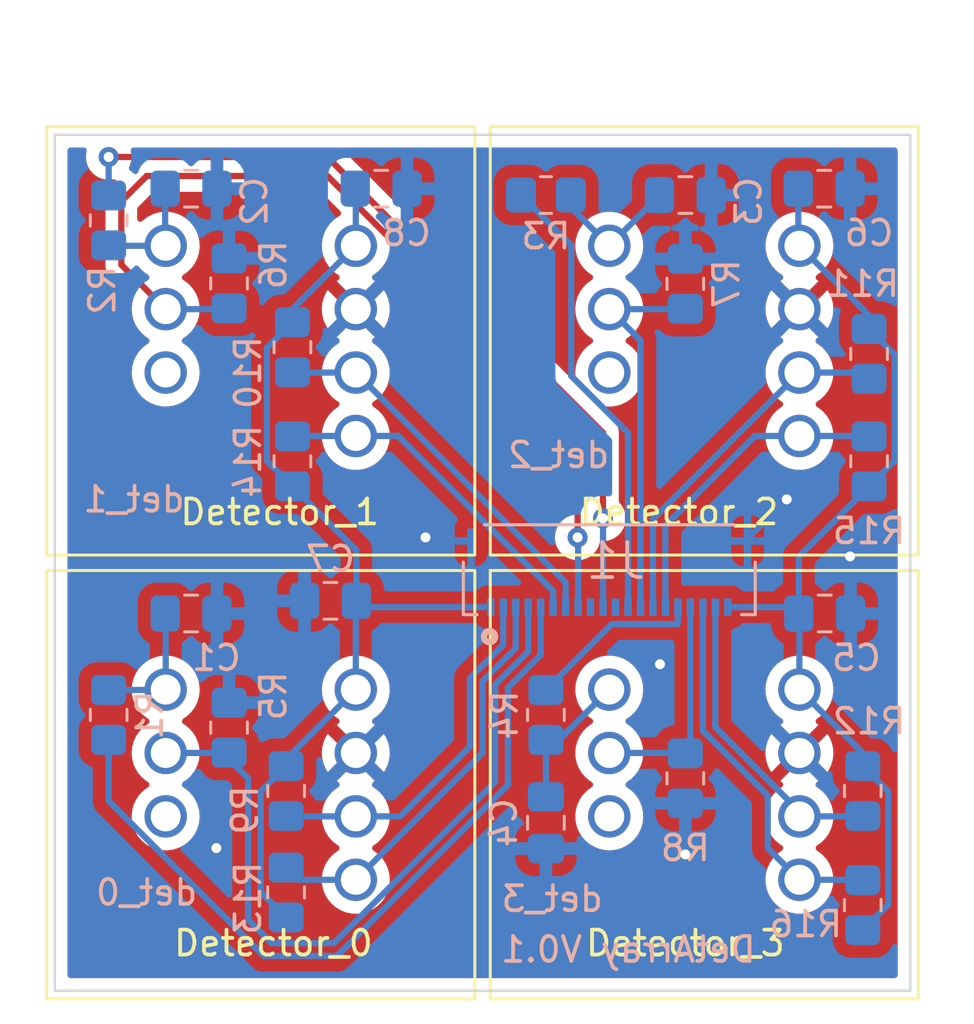
<source format=kicad_pcb>
(kicad_pcb (version 20211014) (generator pcbnew)

  (general
    (thickness 1.6)
  )

  (paper "A4")
  (layers
    (0 "F.Cu" signal)
    (31 "B.Cu" signal)
    (32 "B.Adhes" user "B.Adhesive")
    (33 "F.Adhes" user "F.Adhesive")
    (34 "B.Paste" user)
    (35 "F.Paste" user)
    (36 "B.SilkS" user "B.Silkscreen")
    (37 "F.SilkS" user "F.Silkscreen")
    (38 "B.Mask" user)
    (39 "F.Mask" user)
    (40 "Dwgs.User" user "User.Drawings")
    (41 "Cmts.User" user "User.Comments")
    (42 "Eco1.User" user "User.Eco1")
    (43 "Eco2.User" user "User.Eco2")
    (44 "Edge.Cuts" user)
    (45 "Margin" user)
    (46 "B.CrtYd" user "B.Courtyard")
    (47 "F.CrtYd" user "F.Courtyard")
    (48 "B.Fab" user)
    (49 "F.Fab" user)
    (50 "User.1" user)
    (51 "User.2" user)
    (52 "User.3" user)
    (53 "User.4" user)
    (54 "User.5" user)
    (55 "User.6" user)
    (56 "User.7" user)
    (57 "User.8" user)
    (58 "User.9" user)
  )

  (setup
    (stackup
      (layer "F.SilkS" (type "Top Silk Screen"))
      (layer "F.Paste" (type "Top Solder Paste"))
      (layer "F.Mask" (type "Top Solder Mask") (thickness 0.01))
      (layer "F.Cu" (type "copper") (thickness 0.035))
      (layer "dielectric 1" (type "core") (thickness 1.51) (material "FR4") (epsilon_r 4.5) (loss_tangent 0.02))
      (layer "B.Cu" (type "copper") (thickness 0.035))
      (layer "B.Mask" (type "Bottom Solder Mask") (thickness 0.01))
      (layer "B.Paste" (type "Bottom Solder Paste"))
      (layer "B.SilkS" (type "Bottom Silk Screen"))
      (copper_finish "None")
      (dielectric_constraints no)
    )
    (pad_to_mask_clearance 0.0508)
    (solder_mask_min_width 0.101)
    (pcbplotparams
      (layerselection 0x00010fc_ffffffff)
      (disableapertmacros false)
      (usegerberextensions false)
      (usegerberattributes true)
      (usegerberadvancedattributes true)
      (creategerberjobfile true)
      (svguseinch false)
      (svgprecision 6)
      (excludeedgelayer true)
      (plotframeref false)
      (viasonmask false)
      (mode 1)
      (useauxorigin false)
      (hpglpennumber 1)
      (hpglpenspeed 20)
      (hpglpendiameter 15.000000)
      (dxfpolygonmode true)
      (dxfimperialunits true)
      (dxfusepcbnewfont true)
      (psnegative false)
      (psa4output false)
      (plotreference true)
      (plotvalue true)
      (plotinvisibletext false)
      (sketchpadsonfab false)
      (subtractmaskfromsilk false)
      (outputformat 1)
      (mirror false)
      (drillshape 1)
      (scaleselection 1)
      (outputdirectory "")
    )
  )

  (net 0 "")
  (net 1 "Net-(C1-Pad1)")
  (net 2 "GND")
  (net 3 "Net-(C2-Pad1)")
  (net 4 "Net-(C3-Pad1)")
  (net 5 "Net-(C4-Pad1)")
  (net 6 "3v3")
  (net 7 "SCL_1")
  (net 8 "SDA_1")
  (net 9 "sig_1")
  (net 10 "HV_1")
  (net 11 "SCL_0")
  (net 12 "SDA_0")
  (net 13 "HV_0")
  (net 14 "sig_0")
  (net 15 "SCL_3")
  (net 16 "SDA_3")
  (net 17 "sig_3")
  (net 18 "HV_3")
  (net 19 "SCL_2")
  (net 20 "SDA_2")
  (net 21 "HV_2")
  (net 22 "sig_2")
  (net 23 "unconnected-(U1-Pad3)")
  (net 24 "unconnected-(U2-Pad3)")
  (net 25 "unconnected-(U3-Pad3)")
  (net 26 "unconnected-(U4-Pad3)")
  (net 27 "unconnected-(J1-Pad11)")
  (net 28 "unconnected-(J1-Pad9)")

  (footprint "libraries:detSocket" (layer "F.Cu") (at 5.08 -12.7))

  (footprint "libraries:detSocket" (layer "F.Cu") (at -12.7 -12.7))

  (footprint "libraries:detSocket" (layer "F.Cu") (at 5.08 5.08))

  (footprint "libraries:detSocket" (layer "F.Cu") (at -12.7 5.08))

  (footprint "Resistor_SMD:R_0805_2012Metric_Pad1.20x1.40mm_HandSolder" (layer "B.Cu") (at -10.16 -11.192 90))

  (footprint "Resistor_SMD:R_0805_2012Metric_Pad1.20x1.40mm_HandSolder" (layer "B.Cu") (at 8.128 -11.176 90))

  (footprint "Capacitor_SMD:C_0805_2012Metric_Pad1.18x1.45mm_HandSolder" (layer "B.Cu") (at 13.716 2.032))

  (footprint "Resistor_SMD:R_0805_2012Metric_Pad1.20x1.40mm_HandSolder" (layer "B.Cu") (at 15.494 -8.366 -90))

  (footprint "Capacitor_SMD:C_0805_2012Metric_Pad1.18x1.45mm_HandSolder" (layer "B.Cu") (at -11.684 2.032))

  (footprint "Resistor_SMD:R_0805_2012Metric_Pad1.20x1.40mm_HandSolder" (layer "B.Cu") (at 15.24 9.144 -90))

  (footprint "Resistor_SMD:R_0805_2012Metric_Pad1.20x1.40mm_HandSolder" (layer "B.Cu") (at 2.54 6.096 -90))

  (footprint "Capacitor_SMD:C_0805_2012Metric_Pad1.18x1.45mm_HandSolder" (layer "B.Cu") (at 13.6945 -14.986))

  (footprint "Capacitor_SMD:C_0805_2012Metric_Pad1.18x1.45mm_HandSolder" (layer "B.Cu") (at -4.064 -14.986))

  (footprint "Resistor_SMD:R_0805_2012Metric_Pad1.20x1.40mm_HandSolder" (layer "B.Cu") (at -7.874 9.144 -90))

  (footprint "Capacitor_SMD:C_0805_2012Metric_Pad1.18x1.45mm_HandSolder" (layer "B.Cu") (at -11.684 -14.986))

  (footprint "Resistor_SMD:R_0805_2012Metric_Pad1.20x1.40mm_HandSolder" (layer "B.Cu") (at -7.874 13.208 90))

  (footprint "Resistor_SMD:R_0805_2012Metric_Pad1.20x1.40mm_HandSolder" (layer "B.Cu") (at -14.986 6.096 90))

  (footprint "Resistor_SMD:R_0805_2012Metric_Pad1.20x1.40mm_HandSolder" (layer "B.Cu") (at -14.986 -13.716 -90))

  (footprint "Resistor_SMD:R_0805_2012Metric_Pad1.20x1.40mm_HandSolder" (layer "B.Cu") (at 15.494 -4.064 90))

  (footprint "Resistor_SMD:R_0805_2012Metric_Pad1.20x1.40mm_HandSolder" (layer "B.Cu") (at 15.24 13.716 90))

  (footprint "Resistor_SMD:R_0805_2012Metric_Pad1.20x1.40mm_HandSolder" (layer "B.Cu") (at -7.62 -8.636 -90))

  (footprint "Resistor_SMD:R_0805_2012Metric_Pad1.20x1.40mm_HandSolder" (layer "B.Cu") (at 8.128 8.636 -90))

  (footprint "Capacitor_SMD:C_0805_2012Metric_Pad1.18x1.45mm_HandSolder" (layer "B.Cu") (at 8.128 -14.732))

  (footprint "molex 5034802000:MOLEX_5034802000" (layer "B.Cu") (at 5.08 1.778))

  (footprint "Resistor_SMD:R_0805_2012Metric_Pad1.20x1.40mm_HandSolder" (layer "B.Cu") (at -7.62 -4.064 90))

  (footprint "Resistor_SMD:R_0805_2012Metric_Pad1.20x1.40mm_HandSolder" (layer "B.Cu") (at -10.16 6.604 90))

  (footprint "Resistor_SMD:R_0805_2012Metric_Pad1.20x1.40mm_HandSolder" (layer "B.Cu") (at 2.54 -14.732))

  (footprint "Capacitor_SMD:C_0805_2012Metric_Pad1.18x1.45mm_HandSolder" (layer "B.Cu") (at 2.54 10.414 -90))

  (footprint "Capacitor_SMD:C_0805_2012Metric_Pad1.18x1.45mm_HandSolder" (layer "B.Cu") (at -6.096 1.524 180))

  (gr_line (start -18.415 0) (end 18.415 0) (layer "Dwgs.User") (width 0.15) (tstamp e1df8cea-32a4-457d-86df-d8e326022a52))
  (gr_line (start 0 18.415) (end 0 -18.415) (layer "Dwgs.User") (width 0.15) (tstamp eca8c1f1-6751-4304-8a65-b05952048507))
  (gr_rect (start -17.145 17.145) (end 17.145 -17.145) (layer "Edge.Cuts") (width 0.1) (fill none) (tstamp a29f8df0-3fae-4edf-8d9c-bd5a875b13e3))
  (gr_text "det_2" (at 3.048 -4.318) (layer "B.SilkS") (tstamp 43444945-3d98-4db9-9e19-771cc22b7911)
    (effects (font (size 1 1) (thickness 0.15)) (justify mirror))
  )
  (gr_text "det_1" (at -13.97 -2.54) (layer "B.SilkS") (tstamp 58eafa99-f38f-43b2-90bc-72ecd51a925f)
    (effects (font (size 1 1) (thickness 0.15)) (justify mirror))
  )
  (gr_text "det_0" (at -13.462 13.208) (layer "B.SilkS") (tstamp a186daeb-6e63-483b-bd5d-abc321f44b98)
    (effects (font (size 1 1) (thickness 0.15)) (justify mirror))
  )
  (gr_text "DetArray V0.1" (at 5.842 15.494) (layer "B.SilkS") (tstamp ec7d3489-5003-4c32-b1bc-58d59e1f044a)
    (effects (font (size 1 1) (thickness 0.15)) (justify mirror))
  )
  (gr_text "det_3" (at 2.794 13.462) (layer "B.SilkS") (tstamp ed4bb9e6-a008-4cd8-9c1e-472b427b8f52)
    (effects (font (size 1 1) (thickness 0.15)) (justify mirror))
  )

  (segment (start -12.7 5.08) (end -12.7 2.0535) (width 0.25) (layer "B.Cu") (net 1) (tstamp 34f8af70-9f83-4b29-90cf-6273fa0be2e8))
  (segment (start -12.7 2.0535) (end -12.7215 2.032) (width 0.25) (layer "B.Cu") (net 1) (tstamp 47f6ac26-38d8-4971-8867-e32156cdaa34))
  (segment (start -12.716 5.096) (end -12.7 5.08) (width 0.25) (layer "B.Cu") (net 1) (tstamp 77e618af-3092-4ac6-84a1-0ce5ed70c5f7))
  (segment (start -14.986 5.096) (end -12.716 5.096) (width 0.25) (layer "B.Cu") (net 1) (tstamp d9311266-a696-48b1-beb3-39ecf47ca08c))
  (via (at 7.112 4.064) (size 0.8) (drill 0.4) (layers "F.Cu" "B.Cu") (net 2) (tstamp 17234bd0-5a8b-4d15-8974-794db08607f9))
  (via (at -10.668 11.43) (size 0.8) (drill 0.4) (layers "F.Cu" "B.Cu") (net 2) (tstamp 2307c836-0333-4ab6-8a41-022741dcd19a))
  (via (at 14.732 -0.254) (size 0.8) (drill 0.4) (layers "F.Cu" "B.Cu") (net 2) (tstamp 54a7ee34-49f2-4815-b417-918adb6f9004))
  (via (at 12.192 -2.54) (size 0.8) (drill 0.4) (layers "F.Cu" "B.Cu") (net 2) (tstamp 76870dc9-93b5-4ed0-a21d-c26a12e4bbfe))
  (via (at -2.286 -1.016) (size 0.8) (drill 0.4) (layers "F.Cu" "B.Cu") (net 2) (tstamp c9aa87da-0257-4e38-9c8f-b28b94031eef))
  (via (at 8.128 11.684) (size 0.8) (drill 0.4) (layers "F.Cu" "B.Cu") (net 2) (tstamp f6cca6b0-318f-49cf-9725-3408a6c21364))
  (segment (start 10.62 -0.968) (end 12.192 -2.54) (width 0.25) (layer "B.Cu") (net 2) (tstamp 06075f0a-238a-463d-b09c-d0f246031bf8))
  (segment (start 14.7535 2.032) (end 14.7535 -0.2325) (width 0.25) (layer "B.Cu") (net 2) (tstamp 17e9e9c4-df45-4305-9e3b-0dcad290b3da))
  (segment (start 14.7535 -0.2325) (end 14.732 -0.254) (width 0.25) (layer "B.Cu") (net 2) (tstamp 6ee6bf8a-93df-4b14-a54d-52964b5ab19b))
  (segment (start 10.62 -0.872) (end 10.62 -0.968) (width 0.25) (layer "B.Cu") (net 2) (tstamp 7b052ad9-db1a-4595-a8a2-b26f65e8a214))
  (segment (start 8.128 9.636) (end 8.128 11.684) (width 0.25) (layer "B.Cu") (net 2) (tstamp 814dac21-63dd-45e8-8367-ecf2b6d65bf9))
  (segment (start -0.46 -0.872) (end -2.142 -0.872) (width 0.25) (layer "B.Cu") (net 2) (tstamp eea8ec1d-7e24-47e8-9469-3d7839feef1c))
  (segment (start -2.142 -0.872) (end -2.286 -1.016) (width 0.25) (layer "B.Cu") (net 2) (tstamp fb1ba8a4-3b77-4dc6-9a17-997bbe52e26d))
  (segment (start -12.7215 -12.7215) (end -12.7 -12.7) (width 0.25) (layer "B.Cu") (net 3) (tstamp 00d89c65-3c84-4692-9f8d-758bd3d805e0))
  (segment (start -12.7215 -14.986) (end -12.7215 -12.7215) (width 0.25) (layer "B.Cu") (net 3) (tstamp 1a5778f5-57c5-4b5e-bbb8-bb0447f02328))
  (segment (start -12.7 -12.7) (end -14.97 -12.7) (width 0.25) (layer "B.Cu") (net 3) (tstamp 8fe0603c-5d14-4b42-aca4-24bb15091d93))
  (segment (start -14.97 -12.7) (end -14.986 -12.716) (width 0.25) (layer "B.Cu") (net 3) (tstamp fdb5ff31-3bc0-40cc-a428-e9cc56fc8868))
  (segment (start 3.54 -14.24) (end 5.08 -12.7) (width 0.25) (layer "B.Cu") (net 4) (tstamp 09f515c6-a08e-484e-ae28-0a543db353d5))
  (segment (start 3.54 -14.732) (end 3.54 -14.24) (width 0.25) (layer "B.Cu") (net 4) (tstamp 3ac71cbe-f948-4d3e-86e6-dc2581821333))
  (segment (start 7.0905 -14.732) (end 7.0905 -14.7105) (width 0.25) (layer "B.Cu") (net 4) (tstamp 408a43f0-443e-435f-a156-5b480c80b078))
  (segment (start 7.0905 -14.7105) (end 5.08 -12.7) (width 0.25) (layer "B.Cu") (net 4) (tstamp a2b11d9f-8708-4447-97e3-6964d710d398))
  (segment (start 3.064 7.096) (end 2.54 7.096) (width 0.25) (layer "B.Cu") (net 5) (tstamp 7be196fb-6a74-48a7-8f58-6beebbe737b3))
  (segment (start 2.54 7.096) (end 2.54 9.3765) (width 0.25) (layer "B.Cu") (net 5) (tstamp 8c18c502-4d39-41f1-a79f-e11cd21cf98b))
  (segment (start 5.08 5.08) (end 3.064 7.096) (width 0.25) (layer "B.Cu") (net 5) (tstamp 9a6e5138-89c5-4545-88bb-860b241c1f28))
  (segment (start 16.26452 13.69148) (end 16.26452 9.16852) (width 0.25) (layer "B.Cu") (net 6) (tstamp 020c0afa-d762-4ecd-a360-040b4aea3061))
  (segment (start 15.494 -9.906) (end 15.494 -9.366) (width 0.25) (layer "B.Cu") (net 6) (tstamp 1501a31e-d351-40fc-9455-4b6209c268b3))
  (segment (start 12.7 5.08) (end 15.24 7.62) (width 0.25) (layer "B.Cu") (net 6) (tstamp 1b30d906-2992-4229-99b0-779424dfbb66))
  (segment (start 12.7 -12.7) (end 15.494 -9.906) (width 0.25) (layer "B.Cu") (net 6) (tstamp 20783823-fff8-4088-925b-f3af8c308ecf))
  (segment (start -5.08 1.5455) (end -5.0585 1.524) (width 0.25) (layer "B.Cu") (net 6) (tstamp 21b139cb-6609-4192-89cf-30d3f046c2b7))
  (segment (start -7.62 -3.064) (end -8.64452 -4.08852) (width 0.25) (layer "B.Cu") (net 6) (tstamp 246fe101-50b0-4ba5-a3c6-25a50e62a634))
  (segment (start 12.7 5.08) (end 12.7 2.0535) (width 0.25) (layer "B.Cu") (net 6) (tstamp 25eceb19-a6b1-492e-8cca-eb9e97b57e6f))
  (segment (start -5.08 5.08) (end -5.08 1.5455) (width 0.25) (layer "B.Cu") (net 6) (tstamp 391062aa-2c06-473e-ac82-2ba6dfa66a67))
  (segment (start -7.62 -10.16) (end -5.08 -12.7) (width 0.25) (layer "B.Cu") (net 6) (tstamp 3ed341ed-1f28-4946-8a69-a0834cd53693))
  (segment (start 12.7 2.0535) (end 12.6785 2.032) (width 0.25) (layer "B.Cu") (net 6) (tstamp 4b01c684-2965-449b-81cb-2f2af53fdb8b))
  (segment (start 12.6785 2.032) (end 12.6785 -0.2485) (width 0.25) (layer "B.Cu") (net 6) (tstamp 50478473-9be9-42f3-b380-2442508e4e10))
  (segment (start 12.657 -12.743) (end 12.7 -12.7) (width 0.25) (layer "B.Cu") (net 6) (tstamp 5ac027b6-815e-4075-9192-57807d60d434))
  (segment (start -8.89852 13.18348) (end -7.874 14.208) (width 0.25) (layer "B.Cu") (net 6) (tstamp 5b35ccb5-c63f-4b3c-a36b-fd85c4087b7f))
  (segment (start 16.51852 -8.34148) (end 15.494 -9.366) (width 0.25) (layer "B.Cu") (net 6) (tstamp 60a9e62a-7164-40cf-b161-f64856cc7f46))
  (segment (start -5.0585 -0.5025) (end -7.62 -3.064) (width 0.25) (layer "B.Cu") (net 6) (tstamp 6a1b0360-80d3-433a-8020-441b743bbc07))
  (segment (start 15.24 14.716) (end 16.26452 13.69148) (width 0.25) (layer "B.Cu") (net 6) (tstamp 73095e0b-d40c-4e95-8001-0dfdeb49f47c))
  (segment (start 12.6785 -0.2485) (end 15.494 -3.064) (width 0.25) (layer "B.Cu") (net 6) (tstamp 9a44efa7-ee1f-4c21-8d8c-e7920b23c13b))
  (segment (start 16.26452 9.16852) (end 15.24 8.144) (width 0.25) (layer "B.Cu") (net 6) (tstamp 9e4bdcce-86e0-45b6-83d6-c89514aa2583))
  (segment (start -5.08 -14.9645) (end -5.1015 -14.986) (width 0.25) (layer "B.Cu") (net 6) (tstamp ae677715-1969-498c-8409-08f36f972ec2))
  (segment (start -5.0585 1.524) (end -4.8045 1.778) (width 0.25) (layer "B.Cu") (net 6) (tstamp b1ed67a6-8bfd-41b8-87ec-4dc836dd7266))
  (segment (start -4.8045 1.778) (end 0.33 1.778) (width 0.25) (layer "B.Cu") (net 6) (tstamp b2e5420b-07eb-4cb6-b136-bf11c5bccb2c))
  (segment (start -8.89852 9.16852) (end -7.874 8.144) (width 0.25) (layer "B.Cu") (net 6) (tstamp baee5a99-3717-433e-aa17-2707de05110d))
  (segment (start -7.62 -9.636) (end -7.62 -10.16) (width 0.25) (layer "B.Cu") (net 6) (tstamp bee9293d-e811-4be0-9b58-905c9147a5fc))
  (segment (start -5.08 -12.7) (end -5.08 -14.9645) (width 0.25) (layer "B.Cu") (net 6) (tstamp c2c89ff1-75cf-4656-be51-ea71f8a64ca6))
  (segment (start -7.874 8.144) (end -7.874 7.874) (width 0.25) (layer "B.Cu") (net 6) (tstamp c57fd404-68f3-48cd-a17a-b7a22cc2cb74))
  (segment (start 12.657 -14.986) (end 12.657 -12.743) (width 0.25) (layer "B.Cu") (net 6) (tstamp d5bacbd6-90d7-4090-b2c7-fcf03b4e051a))
  (segment (start -8.64452 -4.08852) (end -8.64452 -8.61148) (width 0.25) (layer "B.Cu") (net 6) (tstamp da91580c-09be-4b91-a82d-647c267408e1))
  (segment (start 9.83 1.778) (end 12.4245 1.778) (width 0.25) (layer "B.Cu") (net 6) (tstamp dc1646b3-d4ba-4dc5-a117-1a71bd210d5c))
  (segment (start 12.4245 1.778) (end 12.6785 2.032) (width 0.25) (layer "B.Cu") (net 6) (tstamp df76c674-9827-4ca9-bd60-a8a3d2917ee5))
  (segment (start -5.0585 1.524) (end -5.0585 -0.5025) (width 0.25) (layer "B.Cu") (net 6) (tstamp e63a9a01-8a7e-45a7-a6ac-d4dce5e9e21d))
  (segment (start 15.494 -3.064) (end 16.51852 -4.08852) (width 0.25) (layer "B.Cu") (net 6) (tstamp e7daa137-b0b1-49cc-bda1-a69ee2c5c568))
  (segment (start -8.64452 -8.61148) (end -7.62 -9.636) (width 0.25) (layer "B.Cu") (net 6) (tstamp ef12052d-f84d-46d8-a991-3451abdfdbc0))
  (segment (start 16.51852 -4.08852) (end 16.51852 -8.34148) (width 0.25) (layer "B.Cu") (net 6) (tstamp f894cbb8-b9d5-440f-aa02-3b99f1bbb01a))
  (segment (start -7.874 7.874) (end -5.08 5.08) (width 0.25) (layer "B.Cu") (net 6) (tstamp fe75c0ed-117a-4bd2-9ea1-b972af730a36))
  (segment (start -8.89852 9.16852) (end -8.89852 13.18348) (width 0.25) (layer "B.Cu") (net 6) (tstamp fea0f9f9-d450-42cd-b2fe-d6570ef67efe))
  (segment (start 15.24 7.62) (end 15.24 8.144) (width 0.25) (layer "B.Cu") (net 6) (tstamp feda6d61-2233-4f26-b0c5-c1eee19352ad))
  (segment (start 2.83 1.128978) (end 2.83 1.778) (width 0.25) (layer "B.Cu") (net 7) (tstamp 0057506e-ac20-4c7a-b09a-2ae103ebf864))
  (segment (start -7.62 -5.064) (end -7.604 -5.08) (width 0.25) (layer "B.Cu") (net 7) (tstamp 1d8248c9-7fc7-4297-9762-af8ff3364de5))
  (segment (start -7.604 -5.08) (end -5.08 -5.08) (width 0.25) (layer "B.Cu") (net 7) (tstamp 39399d5a-41e4-44a1-90bd-c945071be919))
  (segment (start -5.08 -5.08) (end -3.378978 -5.08) (width 0.25) (layer "B.Cu") (net 7) (tstamp b005ef6a-3be0-42bb-af48-d6138f5327fc))
  (segment (start -3.378978 -5.08) (end 2.83 1.128978) (width 0.25) (layer "B.Cu") (net 7) (tstamp bfc8f784-39d3-4112-a9bc-37dc2eb690d5))
  (segment (start 3.33 0.79) (end 3.33 1.778) (width 0.25) (layer "B.Cu") (net 8) (tstamp 1e92d634-802f-46f1-b8fe-5fbbd510894d))
  (segment (start -5.08 -7.62) (end 3.33 0.79) (width 0.25) (layer "B.Cu") (net 8) (tstamp 6b1def20-de88-47d5-bcbe-2b3521c0f0be))
  (segment (start -7.62 -7.636) (end -7.604 -7.62) (width 0.25) (layer "B.Cu") (net 8) (tstamp 830cf950-3f80-4c06-90c4-af7d168fb81a))
  (segment (start -7.604 -7.62) (end -5.08 -7.62) (width 0.25) (layer "B.Cu") (net 8) (tstamp ff991c36-e6d2-4301-a90b-2c025ba4a1f0))
  (segment (start -14.478 -14.478) (end -13.462 -15.494) (width 0.25) (layer "F.Cu") (net 9) (tstamp 05dc2a73-fa1d-4a5e-84b0-ad7f57af2641))
  (segment (start -6.21299 -15.494) (end 3.81 -5.47101) (width 0.25) (layer "F.Cu") (net 9) (tstamp 1092151c-61f1-4880-8403-c57fc66612e3))
  (segment (start 3.81 -5.47101) (end 3.81 -1.016) (width 0.25) (layer "F.Cu") (net 9) (tstamp 3f086d21-40a3-488d-aabf-d0e0ccb3afec))
  (segment (start -13.462 -15.494) (end -6.21299 -15.494) (width 0.25) (layer "F.Cu") (net 9) (tstamp 3fd360f5-8cfe-47eb-b376-b478fafbf83d))
  (segment (start -12.7 -10.16) (end -14.478 -11.938) (width 0.25) (layer "F.Cu") (net 9) (tstamp a2740e1c-efc8-450f-add0-82cd23f999f8))
  (segment (start -14.478 -11.938) (end -14.478 -14.478) (width 0.25) (layer "F.Cu") (net 9) (tstamp f2f71b72-8e1e-406e-b4b9-c5a243e1e998))
  (via (at 3.81 -1.016) (size 0.8) (drill 0.4) (layers "F.Cu" "B.Cu") (net 9) (tstamp 1e2c336b-7a25-4b6e-a4ef-dbb2e42a3d5a))
  (segment (start -12.7 -10.16) (end -10.192 -10.16) (width 0.25) (layer "B.Cu") (net 9) (tstamp 0115e92b-e21f-4f6c-952e-8e05a1e96c3f))
  (segment (start 3.81 -1.016) (end 3.83 -0.996) (width 0.25) (layer "B.Cu") (net 9) (tstamp 6bdb60cd-c9a8-4e78-9734-891d9cefce43))
  (segment (start 3.83 -0.996) (end 3.83 1.778) (width 0.25) (layer "B.Cu") (net 9) (tstamp 930e576c-f43b-447a-9dc6-e10e21600007))
  (segment (start -10.192 -10.16) (end -10.16 -10.192) (width 0.25) (layer "B.Cu") (net 9) (tstamp b68694c4-0f20-4ca1-a771-057a3ab0e1fd))
  (segment (start 4.826 -5.207704) (end 4.826 -1.778) (width 0.25) (layer "F.Cu") (net 10) (tstamp c704dd26-e80a-463f-ab26-50e65941b206))
  (segment (start -6.222296 -16.256) (end 4.826 -5.207704) (width 0.25) (layer "F.Cu") (net 10) (tstamp cee1bcef-ba0b-4998-9037-1ea81870eebf))
  (segment (start -14.986 -16.256) (end -6.222296 -16.256) (width 0.25) (layer "F.Cu") (net 10) (tstamp e443d2e1-ed96-44b6-903e-3ee0a6aca70d))
  (via (at 4.826 -1.778) (size 0.8) (drill 0.4) (layers "F.Cu" "B.Cu") (net 10) (tstamp c1ae0bc4-d493-4918-b4f9-f3161bf2fd78))
  (via (at -14.986 -16.256) (size 0.8) (drill 0.4) (layers "F.Cu" "B.Cu") (net 10) (tstamp d4ed1e64-c944-4bec-8cb5-f2760f505b8a))
  (segment (start -14.986 -16.256) (end -14.986 -14.716) (width 0.25) (layer "B.Cu") (net 10) (tstamp 10dfb550-44b4-45bc-96ef-6994a952ed80))
  (segment (start 4.826 -1.778) (end 4.83 -1.774) (width 0.25) (layer "B.Cu") (net 10) (tstamp 59e8d5b7-d299-4920-badc-ed5cc42c6c63))
  (segment (start 4.83 -1.774) (end 4.83 1.778) (width 0.25) (layer "B.Cu") (net 10) (tstamp 881e030b-be4a-43b9-9e22-22aaa56cfb36))
  (segment (start -7.382 12.7) (end -5.08 12.7) (width 0.25) (layer "B.Cu") (net 11) (tstamp 09fffa8a-49e8-4c11-a85f-8de1d20228d1))
  (segment (start -7.874 12.208) (end -7.382 12.7) (width 0.25) (layer "B.Cu") (net 11) (tstamp 47df4df2-b947-4ff9-80c3-9b702a17e7b7))
  (segment (start -5.08 12.7) (end 0 7.62) (width 0.25) (layer "B.Cu") (net 11) (tstamp 58d0ea79-d792-4ee3-9aae-0a93874fbb9c))
  (segment (start 1.33 1.778) (end 1.33 3.422095) (width 0.25) (layer "B.Cu") (net 11) (tstamp 5dfeddf7-78fb-4037-a177-452a967ca0c3))
  (segment (start 1.33 3.422095) (end 0 4.752095) (width 0.25) (layer "B.Cu") (net 11) (tstamp 8c54302f-d07e-44b6-8a2e-f9deec0d970e))
  (segment (start 0 7.62) (end 0 4.826) (width 0.25) (layer "B.Cu") (net 11) (tstamp df14c0a0-4692-450b-9df8-7f46bfe3f15f))
  (segment (start -7.858 10.16) (end -5.08 10.16) (width 0.25) (layer "B.Cu") (net 12) (tstamp 207c6d4d-e0a5-4198-bbf0-09d3c485b6f5))
  (segment (start -0.508 7.366) (end -0.508 4.624393) (width 0.25) (layer "B.Cu") (net 12) (tstamp 40b01c54-4db9-4fdc-a1da-dfc29ba28808))
  (segment (start 0.83 3.286393) (end 0.83 1.778) (width 0.25) (layer "B.Cu") (net 12) (tstamp 5977da62-94b4-4b88-a100-606e2f0fc986))
  (segment (start -0.508 4.624393) (end 0.83 3.286393) (width 0.25) (layer "B.Cu") (net 12) (tstamp 6bc00599-0e61-434b-9132-bb199a859ad9))
  (segment (start -3.302 10.16) (end -0.508 7.366) (width 0.25) (layer "B.Cu") (net 12) (tstamp 77eaa59a-9a0c-47d6-8827-ab22892401b2))
  (segment (start -7.874 10.144) (end -7.858 10.16) (width 0.25) (layer "B.Cu") (net 12) (tstamp a17b7952-3461-4212-94f5-ddf12f85463f))
  (segment (start -5.08 10.16) (end -3.302 10.16) (width 0.25) (layer "B.Cu") (net 12) (tstamp d7d76623-5e18-49db-89cb-862df29d6264))
  (segment (start -5.831286 15.748) (end 1.016 8.900714) (width 0.25) (layer "B.Cu") (net 13) (tstamp 0085b2f2-88b1-474c-bc14-6d19bdbc7e6e))
  (segment (start -14.986 9.53501) (end -8.77301 15.748) (width 0.25) (layer "B.Cu") (net 13) (tstamp 2c3ac159-3e27-4d86-85a3-e1a13349c2bb))
  (segment (start -14.986 7.096) (end -14.986 9.53501) (width 0.25) (layer "B.Cu") (net 13) (tstamp 40211a84-911b-4162-9630-56393771a7b2))
  (segment (start 2.33 3.693507) (end 2.33 1.778) (width 0.25) (layer "B.Cu") (net 13) (tstamp 61245795-bb23-4875-b941-6ae456fdeeed))
  (segment (start 1.016 8.900714) (end 1.016 5.007507) (width 0.25) (layer "B.Cu") (net 13) (tstamp 92692f60-d20a-405a-8de7-68c488edb8c2))
  (segment (start -8.77301 15.748) (end -5.831286 15.748) (width 0.25) (layer "B.Cu") (net 13) (tstamp 948420ae-f51d-4457-b546-e0e3ce8b4f91))
  (segment (start 1.016 5.007507) (end 2.33 3.693507) (width 0.25) (layer "B.Cu") (net 13) (tstamp d04480a4-a10e-4d94-81fe-47ab5b708459))
  (segment (start 0.508 8.77301) (end 0.508 4.879799) (width 0.25) (layer "B.Cu") (net 14) (tstamp 5abd931a-7547-499b-8434-0ac9b2e4f7f5))
  (segment (start -10.16 7.874) (end -9.398 8.636) (width 0.25) (layer "B.Cu") (net 14) (tstamp 60857d83-6c1d-44a5-abd3-9cbcc25900e5))
  (segment (start -5.95899 15.24) (end 0.508 8.77301) (width 0.25) (layer "B.Cu") (net 14) (tstamp 6f483cd1-564d-4e75-8cf4-76efea5b33b7))
  (segment (start -10.16 7.604) (end -10.16 7.874) (width 0.25) (layer "B.Cu") (net 14) (tstamp 70fdd6ad-32b0-4a99-8439-1c787ac5eeec))
  (segment (start -9.398 14.296493) (end -8.454493 15.24) (width 0.25) (layer "B.Cu") (net 14) (tstamp 7b27c0e0-e975-4a32-8701-b2857b101a7b))
  (segment (start 1.83 3.557799) (end 1.83 1.778) (width 0.25) (layer "B.Cu") (net 14) (tstamp 8cf05da2-2501-4a50-95c8-9ce5b336100f))
  (segment (start -9.398 8.636) (end -9.398 14.296493) (width 0.25) (layer "B.Cu") (net 14) (tstamp b2467d74-384d-49ca-935c-7a5c4788faa3))
  (segment (start -8.454493 15.24) (end -5.95899 15.24) (width 0.25) (layer "B.Cu") (net 14) (tstamp c0f9b6c0-fbb6-4b7e-9f3a-2b01de99586a))
  (segment (start -12.7 7.62) (end -10.176 7.62) (width 0.25) (layer "B.Cu") (net 14) (tstamp c2aefdfc-3ad7-4829-b92f-f189e6a920c4))
  (segment (start 0.508 4.879799) (end 1.83 3.557799) (width 0.25) (layer "B.Cu") (net 14) (tstamp dcc989e0-ff07-400a-b577-a6700f4c1063))
  (segment (start -10.176 7.62) (end -10.16 7.604) (width 0.25) (layer "B.Cu") (net 14) (tstamp f3963ab7-1a38-4d95-bf85-8e35e2988314))
  (segment (start 11.43 9.325507) (end 11.43 11.43) (width 0.25) (layer "B.Cu") (net 15) (tstamp 0626e939-11da-430e-80e9-53bd5e410fd1))
  (segment (start 8.83 6.725507) (end 11.43 9.325507) (width 0.25) (layer "B.Cu") (net 15) (tstamp 112c5056-60ad-46c9-a6fe-80566e2ccd73))
  (segment (start 11.43 11.43) (end 12.7 12.7) (width 0.25) (layer "B.Cu") (net 15) (tstamp 4a62f0d1-abe7-48ee-a9fd-ba32607582fd))
  (segment (start 15.224 12.7) (end 15.24 12.716) (width 0.25) (layer "B.Cu") (net 15) (tstamp 4ffaa684-7b79-43c4-93da-e6676a4b9f14))
  (segment (start 8.83 1.778) (end 8.83 6.725507) (width 0.25) (layer "B.Cu") (net 15) (tstamp c65f170a-4a56-4a47-b208-732694d65255))
  (segment (start 12.7 12.7) (end 15.224 12.7) (width 0.25) (layer "B.Cu") (net 15) (tstamp fadc2bad-5d44-4cf8-84fc-f2543f888a32))
  (segment (start 15.224 10.16) (end 12.7 10.16) (width 0.25) (layer "B.Cu") (net 16) (tstamp 2fe18e5c-b2e3-406a-a811-3ecd7fc4fe7a))
  (segment (start 9.33 1.778) (end 9.33 6.589803) (width 0.25) (layer "B.Cu") (net 16) (tstamp 8e6ae2c9-9057-4d55-99e4-0ec654ecf9e5))
  (segment (start 15.24 10.144) (end 15.224 10.16) (width 0.25) (layer "B.Cu") (net 16) (tstamp b035a081-3e8c-4e5f-ae52-668218e2f569))
  (segment (start 12.7 9.959803) (end 12.7 10.16) (width 0.25) (layer "B.Cu") (net 16) (tstamp d06ccc71-4275-4de1-9b42-8c038f3b081d))
  (segment (start 9.33 6.589803) (end 12.7 9.959803) (width 0.25) (layer "B.Cu") (net 16) (tstamp f1e1ba1d-76d1-4b71-bdec-67aa4c7f9792))
  (segment (start 8.33 7.434) (end 8.128 7.636) (width 0.25) (layer "B.Cu") (net 17) (tstamp 2fc9019d-c2fb-47a8-bd0a-2003ae3a2720))
  (segment (start 5.08 7.62) (end 8.112 7.62) (width 0.25) (layer "B.Cu") (net 17) (tstamp d3c25891-3308-4e1a-81a3-920c152e8483))
  (segment (start 8.112 7.62) (end 8.128 7.636) (width 0.25) (layer "B.Cu") (net 17) (tstamp ded34583-530c-49a3-9bd1-3387d788ac5f))
  (segment (start 8.33 1.778) (end 8.33 7.434) (width 0.25) (layer "B.Cu") (net 17) (tstamp e40bc77b-2486-4e5a-8cc3-39554d887208))
  (segment (start 7.804511 2.452511) (end 7.83 2.427022) (width 0.25) (layer "B.Cu") (net 18) (tstamp 5f64a670-75c5-4f42-8631-225d89ead29b))
  (segment (start 7.83 2.427022) (end 7.83 1.778) (width 0.25) (layer "B.Cu") (net 18) (tstamp 8a0e5179-fef2-43e1-bcf9-390e85dd7c99))
  (segment (start 2.54 5.096) (end 5.183489 2.452511) (width 0.25) (layer "B.Cu") (net 18) (tstamp b1b4b5e3-e6ef-4221-acf9-63f7408aaeba))
  (segment (start 5.183489 2.452511) (end 7.804511 2.452511) (width 0.25) (layer "B.Cu") (net 18) (tstamp c2776e9f-560f-4da4-b375-d4c99596b015))
  (segment (start 12.7 -5.08) (end 10.922 -5.08) (width 0.25) (layer "B.Cu") (net 19) (tstamp 06b6e33d-a4df-464b-9c23-5be0fca31893))
  (segment (start 7.33 -1.488) (end 7.33 1.778) (width 0.25) (layer "B.Cu") (net 19) (tstamp 2b671a5b-c639-4d97-8fe9-ebf349c6496c))
  (segment (start 15.478 -5.08) (end 12.7 -5.08) (width 0.25) (layer "B.Cu") (net 19) (tstamp 39f5e172-e8f7-4f56-985b-f177b2bf16d4))
  (segment (start 10.922 -5.08) (end 7.33 -1.488) (width 0.25) (layer "B.Cu") (net 19) (tstamp cece7abf-dbc4-4c81-9d53-0352d507d02c))
  (segment (start 15.494 -5.064) (end 15.478 -5.08) (width 0.25) (layer "B.Cu") (net 19) (tstamp e4de5c5a-0e35-415c-949d-249d28c2b679))
  (segment (start 6.83 1.778) (end 6.83 -1.75) (width 0.25) (layer "B.Cu") (net 20) (tstamp 2e9318b5-853d-440a-b448-73b23e695373))
  (segment (start 15.24 -7.62) (end 12.7 -7.62) (width 0.25) (layer "B.Cu") (net 20) (tstamp 30a6a21e-8303-4f8e-a92b-4cf41d13c5bb))
  (segment (start 6.83 -1.75) (end 12.7 -7.62) (width 0.25) (layer "B.Cu") (net 20) (tstamp 3589adbf-7aa2-4e8b-a05a-912d0209c6f6))
  (segment (start 15.494 -7.366) (end 15.24 -7.62) (width 0.25) (layer "B.Cu") (net 20) (tstamp 389cbf76-6a3b-4c55-9a5a-60e12fa2119d))
  (segment (start 3.556 -12.716) (end 1.54 -14.732) (width 0.25) (layer "B.Cu") (net 21) (tstamp 96166c18-4c6a-4313-8078-21219c4eadf9))
  (segment (start 3.556 -7.48299) (end 3.556 -12.716) (width 0.25) (layer "B.Cu") (net 21) (tstamp d5889a5a-20a7-422b-86cd-072459a7d985))
  (segment (start 5.83 -5.20899) (end 3.556 -7.48299) (width 0.25) (layer "B.Cu") (net 21) (tstamp db70cf01-e7cc-4a26-9453-02465bf7cbc5))
  (segment (start 5.83 1.778) (end 5.83 -5.20899) (width 0.25) (layer "B.Cu") (net 21) (tstamp f54fd46d-5e57-48ea-b3f0-de4539281452))
  (segment (start 6.33 -8.91) (end 5.08 -10.16) (width 0.25) (layer "B.Cu") (net 22) (tstamp 8b899556-d165-4406-b718-b6a4f2e0af04))
  (segment (start 6.33 1.778) (end 6.33 -8.91) (width 0.25) (layer "B.Cu") (net 22) (tstamp bec0516f-9815-4d8e-ba32-5bcb5afe996f))
  (segment (start 8.128 -10.176) (end 8.112 -10.16) (width 0.25) (layer "B.Cu") (net 22) (tstamp ce9b58af-7b54-4d13-b771-592bf385d86a))
  (segment (start 8.112 -10.16) (end 5.08 -10.16) (width 0.25) (layer "B.Cu") (net 22) (tstamp de50f414-2426-41f0-82ab-baa68d9e77f8))

  (zone (net 2) (net_name "GND") (layers F&B.Cu) (tstamp e2438ac6-18fb-4b36-bec6-4ea332ad0f99) (hatch edge 0.508)
    (connect_pads (clearance 0.508))
    (min_thickness 0.254) (filled_areas_thickness no)
    (fill yes (thermal_gap 0.508) (thermal_bridge_width 0.508))
    (polygon
      (pts
        (xy 17.018 17.018)
        (xy -17.018 17.018)
        (xy -17.018 -17.018)
        (xy 17.018 -17.018)
      )
    )
    (filled_polygon
      (layer "F.Cu")
      (pts
        (xy -15.922762 -16.616998)
        (xy -15.876269 -16.563342)
        (xy -15.866165 -16.493068)
        (xy -15.87105 -16.472064)
        (xy -15.879542 -16.445928)
        (xy -15.899504 -16.256)
        (xy -15.879542 -16.066072)
        (xy -15.820527 -15.884444)
        (xy -15.72504 -15.719056)
        (xy -15.597253 -15.577134)
        (xy -15.442752 -15.464882)
        (xy -15.436724 -15.462198)
        (xy -15.436722 -15.462197)
        (xy -15.274319 -15.389891)
        (xy -15.268288 -15.387206)
        (xy -15.174888 -15.367353)
        (xy -15.087944 -15.348872)
        (xy -15.087939 -15.348872)
        (xy -15.081487 -15.3475)
        (xy -14.890513 -15.3475)
        (xy -14.884061 -15.348872)
        (xy -14.884056 -15.348872)
        (xy -14.816256 -15.363284)
        (xy -14.745465 -15.357882)
        (xy -14.688833 -15.315065)
        (xy -14.664339 -15.248428)
        (xy -14.67976 -15.179126)
        (xy -14.700964 -15.150942)
        (xy -14.870258 -14.981648)
        (xy -14.878538 -14.974113)
        (xy -14.885018 -14.97)
        (xy -14.931643 -14.920349)
        (xy -14.934398 -14.917507)
        (xy -14.954135 -14.89777)
        (xy -14.956615 -14.894573)
        (xy -14.964318 -14.885553)
        (xy -14.994586 -14.853321)
        (xy -14.998405 -14.846375)
        (xy -14.998407 -14.846372)
        (xy -15.004348 -14.835566)
        (xy -15.015199 -14.819047)
        (xy -15.027614 -14.803041)
        (xy -15.030759 -14.795772)
        (xy -15.030762 -14.795768)
        (xy -15.045174 -14.762463)
        (xy -15.050391 -14.751813)
        (xy -15.071695 -14.71306)
        (xy -15.073666 -14.705385)
        (xy -15.073666 -14.705384)
        (xy -15.076733 -14.693438)
        (xy -15.083137 -14.674734)
        (xy -15.091181 -14.656145)
        (xy -15.09242 -14.648322)
        (xy -15.092423 -14.648312)
        (xy -15.098099 -14.612476)
        (xy -15.100505 -14.600856)
        (xy -15.1115 -14.55803)
        (xy -15.1115 -14.537776)
        (xy -15.113051 -14.518066)
        (xy -15.11622 -14.498057)
        (xy -15.115474 -14.490165)
        (xy -15.112059 -14.454039)
        (xy -15.1115 -14.442181)
        (xy -15.1115 -12.016767)
        (xy -15.112027 -12.005584)
        (xy -15.113702 -11.998091)
        (xy -15.113453 -11.990165)
        (xy -15.113453 -11.990164)
        (xy -15.111562 -11.930014)
        (xy -15.1115 -11.926055)
        (xy -15.1115 -11.898144)
        (xy -15.111003 -11.89421)
        (xy -15.111003 -11.894209)
        (xy -15.110995 -11.894144)
        (xy -15.110062 -11.882307)
        (xy -15.108673 -11.838111)
        (xy -15.103617 -11.820708)
        (xy -15.103022 -11.818661)
        (xy -15.099013 -11.7993)
        (xy -15.096474 -11.779203)
        (xy -15.093555 -11.771832)
        (xy -15.093555 -11.77183)
        (xy -15.080196 -11.738088)
        (xy -15.076351 -11.726858)
        (xy -15.064018 -11.684407)
        (xy -15.059985 -11.677588)
        (xy -15.059983 -11.677583)
        (xy -15.053707 -11.666972)
        (xy -15.045012 -11.649224)
        (xy -15.037552 -11.630383)
        (xy -15.03289 -11.623967)
        (xy -15.03289 -11.623966)
        (xy -15.011564 -11.594613)
        (xy -15.005048 -11.584693)
        (xy -14.982542 -11.546638)
        (xy -14.968221 -11.532317)
        (xy -14.955381 -11.517284)
        (xy -14.943472 -11.500893)
        (xy -14.937366 -11.495842)
        (xy -14.909395 -11.472702)
        (xy -14.900616 -11.464712)
        (xy -14.050222 -10.614318)
        (xy -14.016196 -10.552006)
        (xy -14.0179 -10.491552)
        (xy -14.039011 -10.41543)
        (xy -14.039559 -10.4103)
        (xy -14.03956 -10.410296)
        (xy -14.043067 -10.377478)
        (xy -14.062749 -10.193305)
        (xy -14.062452 -10.188152)
        (xy -14.062452 -10.188149)
        (xy -14.056989 -10.09341)
        (xy -14.04989 -9.970285)
        (xy -14.048753 -9.965239)
        (xy -14.048752 -9.965233)
        (xy -14.028881 -9.877061)
        (xy -14.000778 -9.752361)
        (xy -13.916734 -9.545384)
        (xy -13.800013 -9.354912)
        (xy -13.65375 -9.186062)
        (xy -13.481874 -9.043368)
        (xy -13.470937 -9.036977)
        (xy -13.408555 -9.000524)
        (xy -13.359831 -8.948886)
        (xy -13.34676 -8.879103)
        (xy -13.373491 -8.813331)
        (xy -13.413945 -8.779973)
        (xy -13.426393 -8.773493)
        (xy -13.430526 -8.77039)
        (xy -13.430529 -8.770388)
        (xy -13.454753 -8.7522)
        (xy -13.605035 -8.639365)
        (xy -13.759371 -8.477862)
        (xy -13.885257 -8.29332)
        (xy -13.979312 -8.090695)
        (xy -14.039011 -7.87543)
        (xy -14.062749 -7.653305)
        (xy -14.062452 -7.648152)
        (xy -14.062452 -7.648149)
        (xy -14.056989 -7.55341)
        (xy -14.04989 -7.430285)
        (xy -14.048753 -7.425239)
        (xy -14.048752 -7.425233)
        (xy -14.047416 -7.419307)
        (xy -14.000778 -7.212361)
        (xy -13.916734 -7.005384)
        (xy -13.800013 -6.814912)
        (xy -13.65375 -6.646062)
        (xy -13.481874 -6.503368)
        (xy -13.289 -6.390662)
        (xy -13.080308 -6.31097)
        (xy -13.07524 -6.309939)
        (xy -13.075237 -6.309938)
        (xy -12.970534 -6.288636)
        (xy -12.861403 -6.266433)
        (xy -12.856228 -6.266243)
        (xy -12.856226 -6.266243)
        (xy -12.643327 -6.258436)
        (xy -12.643323 -6.258436)
        (xy -12.638163 -6.258247)
        (xy -12.633043 -6.258903)
        (xy -12.633041 -6.258903)
        (xy -12.421712 -6.285975)
        (xy -12.421711 -6.285975)
        (xy -12.416584 -6.286632)
        (xy -12.409904 -6.288636)
        (xy -12.207571 -6.349339)
        (xy -12.207566 -6.349341)
        (xy -12.202616 -6.350826)
        (xy -12.002006 -6.449104)
        (xy -11.82014 -6.578827)
        (xy -11.661904 -6.736511)
        (xy -11.602406 -6.819311)
        (xy -11.534565 -6.913723)
        (xy -11.531547 -6.917923)
        (xy -11.43257 -7.118189)
        (xy -11.36763 -7.331931)
        (xy -11.338471 -7.55341)
        (xy -11.336844 -7.62)
        (xy -11.355148 -7.842639)
        (xy -11.409569 -8.059298)
        (xy -11.498646 -8.26416)
        (xy -11.619986 -8.451723)
        (xy -11.77033 -8.616949)
        (xy -11.774381 -8.620148)
        (xy -11.774385 -8.620152)
        (xy -11.941586 -8.7522)
        (xy -11.94159 -8.752202)
        (xy -11.945641 -8.755402)
        (xy -11.986947 -8.778204)
        (xy -12.036916 -8.828636)
        (xy -12.051688 -8.898079)
        (xy -12.026572 -8.964484)
        (xy -11.99922 -8.991091)
        (xy -11.93489 -9.036977)
        (xy -11.82014 -9.118827)
        (xy -11.661904 -9.276511)
        (xy -11.602406 -9.359311)
        (xy -11.534565 -9.453723)
        (xy -11.531547 -9.457923)
        (xy -11.529126 -9.46282)
        (xy -11.434864 -9.653547)
        (xy -11.434863 -9.653549)
        (xy -11.43257 -9.658189)
        (xy -11.36763 -9.871931)
        (xy -11.338471 -10.09341)
        (xy -11.336844 -10.16)
        (xy -11.339157 -10.188137)
        (xy -6.44195 -10.188137)
        (xy -6.429691 -9.975523)
        (xy -6.428255 -9.965303)
        (xy -6.381435 -9.757554)
        (xy -6.378355 -9.747725)
        (xy -6.29823 -9.550397)
        (xy -6.293587 -9.541206)
        (xy -6.21354 -9.41058)
        (xy -6.203084 -9.40112)
        (xy -6.194306 -9.404904)
        (xy -5.452022 -10.147188)
        (xy -5.445644 -10.158868)
        (xy -4.715592 -10.158868)
        (xy -4.715461 -10.157035)
        (xy -4.71121 -10.15042)
        (xy -3.969526 -9.408736)
        (xy -3.957516 -9.402177)
        (xy -3.945777 -9.411145)
        (xy -3.914996 -9.453981)
        (xy -3.909685 -9.46282)
        (xy -3.81533 -9.653733)
        (xy -3.811531 -9.663328)
        (xy -3.749624 -9.867085)
        (xy -3.747445 -9.877166)
        (xy -3.71941 -10.090113)
        (xy -3.718891 -10.096788)
        (xy -3.717428 -10.156636)
        (xy -3.717622 -10.163354)
        (xy -3.735219 -10.377396)
        (xy -3.736904 -10.387576)
        (xy -3.788786 -10.594125)
        (xy -3.792106 -10.603876)
        (xy -3.877028 -10.799186)
        (xy -3.881895 -10.808261)
        (xy -3.946937 -10.908803)
        (xy -3.957623 -10.918005)
        (xy -3.967188 -10.913602)
        (xy -4.707978 -10.172812)
        (xy -4.715592 -10.158868)
        (xy -5.445644 -10.158868)
        (xy -5.444408 -10.161132)
        (xy -5.444539 -10.162965)
        (xy -5.44879 -10.16958)
        (xy -6.190151 -10.910941)
        (xy -6.201687 -10.917241)
        (xy -6.213969 -10.907618)
        (xy -6.261911 -10.837338)
        (xy -6.266996 -10.828387)
        (xy -6.356662 -10.635217)
        (xy -6.360225 -10.62553)
        (xy -6.417136 -10.420319)
        (xy -6.419067 -10.4102)
        (xy -6.441698 -10.198426)
        (xy -6.44195 -10.188137)
        (xy -11.339157 -10.188137)
        (xy -11.355148 -10.382639)
        (xy -11.409569 -10.599298)
        (xy -11.498646 -10.80416)
        (xy -11.619986 -10.991723)
        (xy -11.77033 -11.156949)
        (xy -11.774381 -11.160148)
        (xy -11.774385 -11.160152)
        (xy -11.941586 -11.2922)
        (xy -11.94159 -11.292202)
        (xy -11.945641 -11.295402)
        (xy -11.986947 -11.318204)
        (xy -12.036916 -11.368636)
        (xy -12.051688 -11.438079)
        (xy -12.026572 -11.504484)
        (xy -11.99922 -11.531091)
        (xy -11.955397 -11.56235)
        (xy -11.82014 -11.658827)
        (xy -11.661904 -11.816511)
        (xy -11.640692 -11.84603)
        (xy -11.534565 -11.993723)
        (xy -11.531547 -11.997923)
        (xy -11.486833 -12.088394)
        (xy -11.434864 -12.193547)
        (xy -11.434863 -12.193549)
        (xy -11.43257 -12.198189)
        (xy -11.36763 -12.411931)
        (xy -11.338471 -12.63341)
        (xy -11.336844 -12.7)
        (xy -11.355148 -12.922639)
        (xy -11.409569 -13.139298)
        (xy -11.498646 -13.34416)
        (xy -11.619986 -13.531723)
        (xy -11.77033 -13.696949)
        (xy -11.774381 -13.700148)
        (xy -11.774385 -13.700152)
        (xy -11.941586 -13.8322)
        (xy -11.94159 -13.832202)
        (xy -11.945641 -13.835402)
        (xy -12.141211 -13.943362)
        (xy -12.14608 -13.945086)
        (xy -12.146084 -13.945088)
        (xy -12.346913 -14.016205)
        (xy -12.346917 -14.016206)
        (xy -12.351788 -14.017931)
        (xy -12.356881 -14.018838)
        (xy -12.356884 -14.018839)
        (xy -12.566627 -14.0562)
        (xy -12.566633 -14.056201)
        (xy -12.571716 -14.057106)
        (xy -12.645548 -14.058008)
        (xy -12.789919 -14.059772)
        (xy -12.789921 -14.059772)
        (xy -12.795089 -14.059835)
        (xy -13.015909 -14.026045)
        (xy -13.228244 -13.956643)
        (xy -13.426393 -13.853493)
        (xy -13.430526 -13.85039)
        (xy -13.430529 -13.850388)
        (xy -13.53604 -13.771168)
        (xy -13.605035 -13.719365)
        (xy -13.608607 -13.715627)
        (xy -13.627406 -13.695955)
        (xy -13.68893 -13.660525)
        (xy -13.759843 -13.663982)
        (xy -13.817629 -13.705228)
        (xy -13.843943 -13.771168)
        (xy -13.8445 -13.783006)
        (xy -13.8445 -14.163405)
        (xy -13.824498 -14.231526)
        (xy -13.807595 -14.252501)
        (xy -13.236499 -14.823596)
        (xy -13.174187 -14.857621)
        (xy -13.147404 -14.8605)
        (xy -6.527584 -14.8605)
        (xy -6.459463 -14.840498)
        (xy -6.438489 -14.823595)
        (xy -5.705614 -14.09072)
        (xy -5.671588 -14.028408)
        (xy -5.676653 -13.957593)
        (xy -5.7192 -13.900757)
        (xy -5.736529 -13.889862)
        (xy -5.806393 -13.853493)
        (xy -5.810526 -13.85039)
        (xy -5.810529 -13.850388)
        (xy -5.91604 -13.771168)
        (xy -5.985035 -13.719365)
        (xy -6.139371 -13.557862)
        (xy -6.265257 -13.37332)
        (xy -6.359312 -13.170695)
        (xy -6.419011 -12.95543)
        (xy -6.442749 -12.733305)
        (xy -6.442452 -12.728152)
        (xy -6.442452 -12.728149)
        (xy -6.436989 -12.63341)
        (xy -6.42989 -12.510285)
        (xy -6.428753 -12.505239)
        (xy -6.428752 -12.505233)
        (xy -6.408881 -12.417061)
        (xy -6.380778 -12.292361)
        (xy -6.296734 -12.085384)
        (xy -6.294035 -12.08098)
        (xy -6.199097 -11.926055)
        (xy -6.180013 -11.894912)
        (xy -6.03375 -11.726062)
        (xy -5.861874 -11.583368)
        (xy -5.810701 -11.553465)
        (xy -5.788045 -11.540226)
        (xy -5.739321 -11.488588)
        (xy -5.72625 -11.418805)
        (xy -5.752981 -11.353033)
        (xy -5.793438 -11.319673)
        (xy -5.80154 -11.315456)
        (xy -5.810266 -11.309961)
        (xy -5.830323 -11.294901)
        (xy -5.838777 -11.283573)
        (xy -5.832032 -11.271242)
        (xy -5.092812 -10.532022)
        (xy -5.078868 -10.524408)
        (xy -5.077035 -10.524539)
        (xy -5.07042 -10.52879)
        (xy -4.326611 -11.272599)
        (xy -4.31959 -11.285456)
        (xy -4.326389 -11.294787)
        (xy -4.330441 -11.297479)
        (xy -4.367398 -11.31788)
        (xy -4.417369 -11.368313)
        (xy -4.432141 -11.437755)
        (xy -4.407025 -11.504161)
        (xy -4.379673 -11.530768)
        (xy -4.347853 -11.553465)
        (xy -4.20014 -11.658827)
        (xy -4.041904 -11.816511)
        (xy -4.020692 -11.84603)
        (xy -3.914565 -11.993723)
        (xy -3.911547 -11.997923)
        (xy -3.902234 -12.016767)
        (xy -3.890573 -12.04036)
        (xy -3.842459 -12.092566)
        (xy -3.773757 -12.110473)
        (xy -3.706281 -12.088394)
        (xy -3.688521 -12.073627)
        (xy 3.139595 -5.245511)
        (xy 3.173621 -5.183199)
        (xy 3.1765 -5.156416)
        (xy 3.1765 -1.718524)
        (xy 3.156498 -1.650403)
        (xy 3.144142 -1.634221)
        (xy 3.07096 -1.552944)
        (xy 2.975473 -1.387556)
        (xy 2.916458 -1.205928)
        (xy 2.915768 -1.199367)
        (xy 2.915768 -1.199365)
        (xy 2.897186 -1.022565)
        (xy 2.896496 -1.016)
        (xy 2.897186 -1.009435)
        (xy 2.914885 -0.841042)
        (xy 2.916458 -0.826072)
        (xy 2.975473 -0.644444)
        (xy 3.07096 -0.479056)
        (xy 3.198747 -0.337134)
        (xy 3.353248 -0.224882)
        (xy 3.359276 -0.222198)
        (xy 3.359278 -0.222197)
        (xy 3.521681 -0.149891)
        (xy 3.527712 -0.147206)
        (xy 3.621112 -0.127353)
        (xy 3.708056 -0.108872)
        (xy 3.708061 -0.108872)
        (xy 3.714513 -0.1075)
        (xy 3.905487 -0.1075)
        (xy 3.911939 -0.108872)
        (xy 3.911944 -0.108872)
        (xy 3.998887 -0.127353)
        (xy 4.092288 -0.147206)
        (xy 4.098319 -0.149891)
        (xy 4.260722 -0.222197)
        (xy 4.260724 -0.222198)
        (xy 4.266752 -0.224882)
        (xy 4.421253 -0.337134)
        (xy 4.54904 -0.479056)
        (xy 4.644527 -0.644444)
        (xy 4.689364 -0.782437)
        (xy 4.729438 -0.841042)
        (xy 4.794835 -0.868679)
        (xy 4.809197 -0.8695)
        (xy 4.921487 -0.8695)
        (xy 4.927939 -0.870872)
        (xy 4.927944 -0.870872)
        (xy 5.014888 -0.889353)
        (xy 5.108288 -0.909206)
        (xy 5.114319 -0.911891)
        (xy 5.276722 -0.984197)
        (xy 5.276724 -0.984198)
        (xy 5.282752 -0.986882)
        (xy 5.313794 -1.009435)
        (xy 5.338157 -1.027136)
        (xy 5.437253 -1.099134)
        (xy 5.533411 -1.205928)
        (xy 5.560621 -1.236148)
        (xy 5.560622 -1.236149)
        (xy 5.56504 -1.241056)
        (xy 5.660527 -1.406444)
        (xy 5.719542 -1.588072)
        (xy 5.72817 -1.670158)
        (xy 5.738814 -1.771435)
        (xy 5.739504 -1.778)
        (xy 5.719542 -1.967928)
        (xy 5.660527 -2.149556)
        (xy 5.56504 -2.314944)
        (xy 5.491863 -2.396215)
        (xy 5.461147 -2.460221)
        (xy 5.4595 -2.480524)
        (xy 5.4595 -5.113305)
        (xy 11.337251 -5.113305)
        (xy 11.337548 -5.108152)
        (xy 11.337548 -5.108149)
        (xy 11.343011 -5.01341)
        (xy 11.35011 -4.890285)
        (xy 11.351247 -4.885239)
        (xy 11.351248 -4.885233)
        (xy 11.371119 -4.797061)
        (xy 11.399222 -4.672361)
        (xy 11.483266 -4.465384)
        (xy 11.599987 -4.274912)
        (xy 11.74625 -4.106062)
        (xy 11.918126 -3.963368)
        (xy 12.111 -3.850662)
        (xy 12.319692 -3.77097)
        (xy 12.32476 -3.769939)
        (xy 12.324763 -3.769938)
        (xy 12.432017 -3.748117)
        (xy 12.538597 -3.726433)
        (xy 12.543772 -3.726243)
        (xy 12.543774 -3.726243)
        (xy 12.756673 -3.718436)
        (xy 12.756677 -3.718436)
        (xy 12.761837 -3.718247)
        (xy 12.766957 -3.718903)
        (xy 12.766959 -3.718903)
        (xy 12.978288 -3.745975)
        (xy 12.978289 -3.745975)
        (xy 12.983416 -3.746632)
        (xy 12.988366 -3.748117)
        (xy 13.192429 -3.809339)
        (xy 13.192434 -3.809341)
        (xy 13.197384 -3.810826)
        (xy 13.397994 -3.909104)
        (xy 13.57986 -4.038827)
        (xy 13.738096 -4.196511)
        (xy 13.797594 -4.279311)
        (xy 13.865435 -4.373723)
        (xy 13.868453 -4.377923)
        (xy 13.96743 -4.578189)
        (xy 14.03237 -4.791931)
        (xy 14.061529 -5.01341)
        (xy 14.063156 -5.08)
        (xy 14.044852 -5.302639)
        (xy 13.990431 -5.519298)
        (xy 13.901354 -5.72416)
        (xy 13.780014 -5.911723)
        (xy 13.62967 -6.076949)
        (xy 13.625619 -6.080148)
        (xy 13.625615 -6.080152)
        (xy 13.458414 -6.2122)
        (xy 13.45841 -6.212202)
        (xy 13.454359 -6.215402)
        (xy 13.413053 -6.238204)
        (xy 13.363084 -6.288636)
        (xy 13.348312 -6.358079)
        (xy 13.373428 -6.424484)
        (xy 13.40078 -6.451091)
        (xy 13.444603 -6.48235)
        (xy 13.57986 -6.578827)
        (xy 13.738096 -6.736511)
        (xy 13.797594 -6.819311)
        (xy 13.865435 -6.913723)
        (xy 13.868453 -6.917923)
        (xy 13.96743 -7.118189)
        (xy 14.03237 -7.331931)
        (xy 14.061529 -7.55341)
        (xy 14.063156 -7.62)
        (xy 14.044852 -7.842639)
        (xy 13.990431 -8.059298)
        (xy 13.901354 -8.26416)
        (xy 13.780014 -8.451723)
        (xy 13.62967 -8.616949)
        (xy 13.625619 -8.620148)
        (xy 13.625615 -8.620152)
        (xy 13.458414 -8.7522)
        (xy 13.45841 -8.752202)
        (xy 13.454359 -8.755402)
        (xy 13.412569 -8.778471)
        (xy 13.362598 -8.828903)
        (xy 13.347826 -8.898346)
        (xy 13.372942 -8.964752)
        (xy 13.400293 -8.991358)
        (xy 13.449247 -9.026277)
        (xy 13.457648 -9.036977)
        (xy 13.45066 -9.05013)
        (xy 12.712812 -9.787978)
        (xy 12.698868 -9.795592)
        (xy 12.697035 -9.795461)
        (xy 12.69042 -9.79121)
        (xy 11.946737 -9.047527)
        (xy 11.939977 -9.035147)
        (xy 11.945258 -9.028093)
        (xy 11.991969 -9.000797)
        (xy 12.040693 -8.949159)
        (xy 12.053764 -8.879376)
        (xy 12.027033 -8.813604)
        (xy 11.986584 -8.780248)
        (xy 11.973607 -8.773493)
        (xy 11.969474 -8.77039)
        (xy 11.969471 -8.770388)
        (xy 11.945247 -8.7522)
        (xy 11.794965 -8.639365)
        (xy 11.640629 -8.477862)
        (xy 11.514743 -8.29332)
        (xy 11.420688 -8.090695)
        (xy 11.360989 -7.87543)
        (xy 11.337251 -7.653305)
        (xy 11.337548 -7.648152)
        (xy 11.337548 -7.648149)
        (xy 11.343011 -7.55341)
        (xy 11.35011 -7.430285)
        (xy 11.351247 -7.425239)
        (xy 11.351248 -7.425233)
        (xy 11.352584 -7.419307)
        (xy 11.399222 -7.212361)
        (xy 11.483266 -7.005384)
        (xy 11.599987 -6.814912)
        (xy 11.74625 -6.646062)
        (xy 11.918126 -6.503368)
        (xy 11.988595 -6.462189)
        (xy 11.991445 -6.460524)
        (xy 12.040169 -6.408886)
        (xy 12.05324 -6.339103)
        (xy 12.026509 -6.273331)
        (xy 11.986055 -6.239973)
        (xy 11.973607 -6.233493)
        (xy 11.969474 -6.23039)
        (xy 11.969471 -6.230388)
        (xy 11.7991 -6.10247)
        (xy 11.794965 -6.099365)
        (xy 11.640629 -5.937862)
        (xy 11.514743 -5.75332)
        (xy 11.499003 -5.71941)
        (xy 11.425477 -5.561011)
        (xy 11.420688 -5.550695)
        (xy 11.360989 -5.33543)
        (xy 11.337251 -5.113305)
        (xy 5.4595 -5.113305)
        (xy 5.4595 -5.128937)
        (xy 5.460027 -5.14012)
        (xy 5.461702 -5.147613)
        (xy 5.459562 -5.21569)
        (xy 5.4595 -5.219649)
        (xy 5.4595 -5.24756)
        (xy 5.458995 -5.25156)
        (xy 5.458062 -5.263403)
        (xy 5.456922 -5.299674)
        (xy 5.456673 -5.307593)
        (xy 5.451021 -5.327047)
        (xy 5.447013 -5.346404)
        (xy 5.445468 -5.358634)
        (xy 5.445468 -5.358635)
        (xy 5.444474 -5.366501)
        (xy 5.441555 -5.373874)
        (xy 5.428196 -5.407616)
        (xy 5.424351 -5.418846)
        (xy 5.414229 -5.453687)
        (xy 5.414229 -5.453688)
        (xy 5.412018 -5.461297)
        (xy 5.407985 -5.468116)
        (xy 5.407983 -5.468121)
        (xy 5.401707 -5.478732)
        (xy 5.393012 -5.49648)
        (xy 5.385552 -5.515321)
        (xy 5.359564 -5.551091)
        (xy 5.353048 -5.561011)
        (xy 5.33458 -5.592239)
        (xy 5.334578 -5.592242)
        (xy 5.330542 -5.599066)
        (xy 5.316221 -5.613387)
        (xy 5.30338 -5.628421)
        (xy 5.296131 -5.638398)
        (xy 5.291472 -5.644811)
        (xy 5.257395 -5.673002)
        (xy 5.248616 -5.680992)
        (xy 4.880214 -6.049394)
        (xy 4.846188 -6.111706)
        (xy 4.851253 -6.182521)
        (xy 4.8938 -6.239357)
        (xy 4.96032 -6.264168)
        (xy 4.973926 -6.264404)
        (xy 5.136673 -6.258436)
        (xy 5.136677 -6.258436)
        (xy 5.141837 -6.258247)
        (xy 5.146957 -6.258903)
        (xy 5.146959 -6.258903)
        (xy 5.358288 -6.285975)
        (xy 5.358289 -6.285975)
        (xy 5.363416 -6.286632)
        (xy 5.370096 -6.288636)
        (xy 5.572429 -6.349339)
        (xy 5.572434 -6.349341)
        (xy 5.577384 -6.350826)
        (xy 5.777994 -6.449104)
        (xy 5.95986 -6.578827)
        (xy 6.118096 -6.736511)
        (xy 6.177594 -6.819311)
        (xy 6.245435 -6.913723)
        (xy 6.248453 -6.917923)
        (xy 6.34743 -7.118189)
        (xy 6.41237 -7.331931)
        (xy 6.441529 -7.55341)
        (xy 6.443156 -7.62)
        (xy 6.424852 -7.842639)
        (xy 6.370431 -8.059298)
        (xy 6.281354 -8.26416)
        (xy 6.160014 -8.451723)
        (xy 6.00967 -8.616949)
        (xy 6.005619 -8.620148)
        (xy 6.005615 -8.620152)
        (xy 5.838414 -8.7522)
        (xy 5.83841 -8.752202)
        (xy 5.834359 -8.755402)
        (xy 5.793053 -8.778204)
        (xy 5.743084 -8.828636)
        (xy 5.728312 -8.898079)
        (xy 5.753428 -8.964484)
        (xy 5.78078 -8.991091)
        (xy 5.84511 -9.036977)
        (xy 5.95986 -9.118827)
        (xy 6.118096 -9.276511)
        (xy 6.177594 -9.359311)
        (xy 6.245435 -9.453723)
        (xy 6.248453 -9.457923)
        (xy 6.250874 -9.46282)
        (xy 6.345136 -9.653547)
        (xy 6.345137 -9.653549)
        (xy 6.34743 -9.658189)
        (xy 6.41237 -9.871931)
        (xy 6.441529 -10.09341)
        (xy 6.443156 -10.16)
        (xy 6.440843 -10.188137)
        (xy 11.33805 -10.188137)
        (xy 11.350309 -9.975523)
        (xy 11.351745 -9.965303)
        (xy 11.398565 -9.757554)
        (xy 11.401645 -9.747725)
        (xy 11.48177 -9.550397)
        (xy 11.486413 -9.541206)
        (xy 11.56646 -9.41058)
        (xy 11.576916 -9.40112)
        (xy 11.585694 -9.404904)
        (xy 12.327978 -10.147188)
        (xy 12.334356 -10.158868)
        (xy 13.064408 -10.158868)
        (xy 13.064539 -10.157035)
        (xy 13.06879 -10.15042)
        (xy 13.810474 -9.408736)
        (xy 13.822484 -9.402177)
        (xy 13.834223 -9.411145)
        (xy 13.865004 -9.453981)
        (xy 13.870315 -9.46282)
        (xy 13.96467 -9.653733)
        (xy 13.968469 -9.663328)
        (xy 14.030376 -9.867085)
        (xy 14.032555 -9.877166)
        (xy 14.06059 -10.090113)
        (xy 14.061109 -10.096788)
        (xy 14.062572 -10.156636)
        (xy 14.062378 -10.163354)
        (xy 14.044781 -10.377396)
        (xy 14.043096 -10.387576)
        (xy 13.991214 -10.594125)
        (xy 13.987894 -10.603876)
        (xy 13.902972 -10.799186)
        (xy 13.898105 -10.808261)
        (xy 13.833063 -10.908803)
        (xy 13.822377 -10.918005)
        (xy 13.812812 -10.913602)
        (xy 13.072022 -10.172812)
        (xy 13.064408 -10.158868)
        (xy 12.334356 -10.158868)
        (xy 12.335592 -10.161132)
        (xy 12.335461 -10.162965)
        (xy 12.33121 -10.16958)
        (xy 11.589849 -10.910941)
        (xy 11.578313 -10.917241)
        (xy 11.566031 -10.907618)
        (xy 11.518089 -10.837338)
        (xy 11.513004 -10.828387)
        (xy 11.423338 -10.635217)
        (xy 11.419775 -10.62553)
        (xy 11.362864 -10.420319)
        (xy 11.360933 -10.4102)
        (xy 11.338302 -10.198426)
        (xy 11.33805 -10.188137)
        (xy 6.440843 -10.188137)
        (xy 6.424852 -10.382639)
        (xy 6.370431 -10.599298)
        (xy 6.281354 -10.80416)
        (xy 6.160014 -10.991723)
        (xy 6.00967 -11.156949)
        (xy 6.005619 -11.160148)
        (xy 6.005615 -11.160152)
        (xy 5.838414 -11.2922)
        (xy 5.83841 -11.292202)
        (xy 5.834359 -11.295402)
        (xy 5.793053 -11.318204)
        (xy 5.743084 -11.368636)
        (xy 5.728312 -11.438079)
        (xy 5.753428 -11.504484)
        (xy 5.78078 -11.531091)
        (xy 5.824603 -11.56235)
        (xy 5.95986 -11.658827)
        (xy 6.118096 -11.816511)
        (xy 6.139308 -11.84603)
        (xy 6.245435 -11.993723)
        (xy 6.248453 -11.997923)
        (xy 6.293167 -12.088394)
        (xy 6.345136 -12.193547)
        (xy 6.345137 -12.193549)
        (xy 6.34743 -12.198189)
        (xy 6.41237 -12.411931)
        (xy 6.441529 -12.63341)
        (xy 6.443156 -12.7)
        (xy 6.440418 -12.733305)
        (xy 11.337251 -12.733305)
        (xy 11.337548 -12.728152)
        (xy 11.337548 -12.728149)
        (xy 11.343011 -12.63341)
        (xy 11.35011 -12.510285)
        (xy 11.351247 -12.505239)
        (xy 11.351248 -12.505233)
        (xy 11.371119 -12.417061)
        (xy 11.399222 -12.292361)
        (xy 11.483266 -12.085384)
        (xy 11.485965 -12.08098)
        (xy 11.580903 -11.926055)
        (xy 11.599987 -11.894912)
        (xy 11.74625 -11.726062)
        (xy 11.918126 -11.583368)
        (xy 11.969299 -11.553465)
        (xy 11.991955 -11.540226)
        (xy 12.040679 -11.488588)
        (xy 12.05375 -11.418805)
        (xy 12.027019 -11.353033)
        (xy 11.986562 -11.319673)
        (xy 11.97846 -11.315456)
        (xy 11.969734 -11.309961)
        (xy 11.949677 -11.294901)
        (xy 11.941223 -11.283573)
        (xy 11.947968 -11.271242)
        (xy 12.687188 -10.532022)
        (xy 12.701132 -10.524408)
        (xy 12.702965 -10.524539)
        (xy 12.70958 -10.52879)
        (xy 13.453389 -11.272599)
        (xy 13.46041 -11.285456)
        (xy 13.453611 -11.294787)
        (xy 13.449559 -11.297479)
        (xy 13.412602 -11.31788)
        (xy 13.362631 -11.368313)
        (xy 13.347859 -11.437755)
        (xy 13.372975 -11.504161)
        (xy 13.400327 -11.530768)
        (xy 13.432147 -11.553465)
        (xy 13.57986 -11.658827)
        (xy 13.738096 -11.816511)
        (xy 13.759308 -11.84603)
        (xy 13.865435 -11.993723)
        (xy 13.868453 -11.997923)
        (xy 13.913167 -12.088394)
        (xy 13.965136 -12.193547)
        (xy 13.965137 -12.193549)
        (xy 13.96743 -12.198189)
        (xy 14.03237 -12.411931)
        (xy 14.061529 -12.63341)
        (xy 14.063156 -12.7)
        (xy 14.044852 -12.922639)
        (xy 13.990431 -13.139298)
        (xy 13.901354 -13.34416)
        (xy 13.780014 -13.531723)
        (xy 13.62967 -13.696949)
        (xy 13.625619 -13.700148)
        (xy 13.625615 -13.700152)
        (xy 13.458414 -13.8322)
        (xy 13.45841 -13.832202)
        (xy 13.454359 -13.835402)
        (xy 13.258789 -13.943362)
        (xy 13.25392 -13.945086)
        (xy 13.253916 -13.945088)
        (xy 13.053087 -14.016205)
        (xy 13.053083 -14.016206)
        (xy 13.048212 -14.017931)
        (xy 13.043119 -14.018838)
        (xy 13.043116 -14.018839)
        (xy 12.833373 -14.0562)
        (xy 12.833367 -14.056201)
        (xy 12.828284 -14.057106)
        (xy 12.754452 -14.058008)
        (xy 12.610081 -14.059772)
        (xy 12.610079 -14.059772)
        (xy 12.604911 -14.059835)
        (xy 12.384091 -14.026045)
        (xy 12.171756 -13.956643)
        (xy 11.973607 -13.853493)
        (xy 11.969474 -13.85039)
        (xy 11.969471 -13.850388)
        (xy 11.86396 -13.771168)
        (xy 11.794965 -13.719365)
        (xy 11.640629 -13.557862)
        (xy 11.514743 -13.37332)
        (xy 11.420688 -13.170695)
        (xy 11.360989 -12.95543)
        (xy 11.337251 -12.733305)
        (xy 6.440418 -12.733305)
        (xy 6.424852 -12.922639)
        (xy 6.370431 -13.139298)
        (xy 6.281354 -13.34416)
        (xy 6.160014 -13.531723)
        (xy 6.00967 -13.696949)
        (xy 6.005619 -13.700148)
        (xy 6.005615 -13.700152)
        (xy 5.838414 -13.8322)
        (xy 5.83841 -13.832202)
        (xy 5.834359 -13.835402)
        (xy 5.638789 -13.943362)
        (xy 5.63392 -13.945086)
        (xy 5.633916 -13.945088)
        (xy 5.433087 -14.016205)
        (xy 5.433083 -14.016206)
        (xy 5.428212 -14.017931)
        (xy 5.423119 -14.018838)
        (xy 5.423116 -14.018839)
        (xy 5.213373 -14.0562)
        (xy 5.213367 -14.056201)
        (xy 5.208284 -14.057106)
        (xy 5.134452 -14.058008)
        (xy 4.990081 -14.059772)
        (xy 4.990079 -14.059772)
        (xy 4.984911 -14.059835)
        (xy 4.764091 -14.026045)
        (xy 4.551756 -13.956643)
        (xy 4.353607 -13.853493)
        (xy 4.349474 -13.85039)
        (xy 4.349471 -13.850388)
        (xy 4.24396 -13.771168)
        (xy 4.174965 -13.719365)
        (xy 4.020629 -13.557862)
        (xy 3.894743 -13.37332)
        (xy 3.800688 -13.170695)
        (xy 3.740989 -12.95543)
        (xy 3.717251 -12.733305)
        (xy 3.717548 -12.728152)
        (xy 3.717548 -12.728149)
        (xy 3.723011 -12.63341)
        (xy 3.73011 -12.510285)
        (xy 3.731247 -12.505239)
        (xy 3.731248 -12.505233)
        (xy 3.751119 -12.417061)
        (xy 3.779222 -12.292361)
        (xy 3.863266 -12.085384)
        (xy 3.865965 -12.08098)
        (xy 3.960903 -11.926055)
        (xy 3.979987 -11.894912)
        (xy 4.12625 -11.726062)
        (xy 4.298126 -11.583368)
        (xy 4.349299 -11.553465)
        (xy 4.371445 -11.540524)
        (xy 4.420169 -11.488886)
        (xy 4.43324 -11.419103)
        (xy 4.406509 -11.353331)
        (xy 4.366055 -11.319973)
        (xy 4.353607 -11.313493)
        (xy 4.349474 -11.31039)
        (xy 4.349471 -11.310388)
        (xy 4.1791 -11.18247)
        (xy 4.174965 -11.179365)
        (xy 4.020629 -11.017862)
        (xy 3.894743 -10.83332)
        (xy 3.800688 -10.630695)
        (xy 3.740989 -10.41543)
        (xy 3.717251 -10.193305)
        (xy 3.717548 -10.188152)
        (xy 3.717548 -10.188149)
        (xy 3.723011 -10.09341)
        (xy 3.73011 -9.970285)
        (xy 3.731247 -9.965239)
        (xy 3.731248 -9.965233)
        (xy 3.751119 -9.877061)
        (xy 3.779222 -9.752361)
        (xy 3.863266 -9.545384)
        (xy 3.979987 -9.354912)
        (xy 4.12625 -9.186062)
        (xy 4.298126 -9.043368)
        (xy 4.309063 -9.036977)
        (xy 4.371445 -9.000524)
        (xy 4.420169 -8.948886)
        (xy 4.43324 -8.879103)
        (xy 4.406509 -8.813331)
        (xy 4.366055 -8.779973)
        (xy 4.353607 -8.773493)
        (xy 4.349474 -8.77039)
        (xy 4.349471 -8.770388)
        (xy 4.325247 -8.7522)
        (xy 4.174965 -8.639365)
        (xy 4.020629 -8.477862)
        (xy 3.894743 -8.29332)
        (xy 3.800688 -8.090695)
        (xy 3.740989 -7.87543)
        (xy 3.717251 -7.653305)
        (xy 3.717548 -7.648152)
        (xy 3.717548 -7.648149)
        (xy 3.725188 -7.515655)
        (xy 3.709141 -7.446496)
        (xy 3.65825 -7.396992)
        (xy 3.588674 -7.382859)
        (xy 3.522503 -7.408586)
        (xy 3.510302 -7.419307)
        (xy -5.492296 -16.421905)
        (xy -5.526322 -16.484217)
        (xy -5.521257 -16.555032)
        (xy -5.47871 -16.611868)
        (xy -5.41219 -16.636679)
        (xy -5.403201 -16.637)
        (xy 16.511 -16.637)
        (xy 16.579121 -16.616998)
        (xy 16.625614 -16.563342)
        (xy 16.637 -16.511)
        (xy 16.637 16.511)
        (xy 16.616998 16.579121)
        (xy 16.563342 16.625614)
        (xy 16.511 16.637)
        (xy -16.511 16.637)
        (xy -16.579121 16.616998)
        (xy -16.625614 16.563342)
        (xy -16.637 16.511)
        (xy -16.637 12.666695)
        (xy -6.442749 12.666695)
        (xy -6.442452 12.671848)
        (xy -6.442452 12.671851)
        (xy -6.436989 12.76659)
        (xy -6.42989 12.889715)
        (xy -6.428753 12.894761)
        (xy -6.428752 12.894767)
        (xy -6.408881 12.982939)
        (xy -6.380778 13.107639)
        (xy -6.296734 13.314616)
        (xy -6.180013 13.505088)
        (xy -6.03375 13.673938)
        (xy -5.861874 13.816632)
        (xy -5.669 13.929338)
        (xy -5.460308 14.00903)
        (xy -5.45524 14.010061)
        (xy -5.455237 14.010062)
        (xy -5.347983 14.031883)
        (xy -5.241403 14.053567)
        (xy -5.236228 14.053757)
        (xy -5.236226 14.053757)
        (xy -5.023327 14.061564)
        (xy -5.023323 14.061564)
        (xy -5.018163 14.061753)
        (xy -5.013043 14.061097)
        (xy -5.013041 14.061097)
        (xy -4.801712 14.034025)
        (xy -4.801711 14.034025)
        (xy -4.796584 14.033368)
        (xy -4.791634 14.031883)
        (xy -4.587571 13.970661)
        (xy -4.587566 13.970659)
        (xy -4.582616 13.969174)
        (xy -4.382006 13.870896)
        (xy -4.20014 13.741173)
        (xy -4.041904 13.583489)
        (xy -3.982406 13.500689)
        (xy -3.914565 13.406277)
        (xy -3.911547 13.402077)
        (xy -3.81257 13.201811)
        (xy -3.74763 12.988069)
        (xy -3.718471 12.76659)
        (xy -3.716844 12.7)
        (xy -3.719582 12.666695)
        (xy 11.337251 12.666695)
        (xy 11.337548 12.671848)
        (xy 11.337548 12.671851)
        (xy 11.343011 12.76659)
        (xy 11.35011 12.889715)
        (xy 11.351247 12.894761)
        (xy 11.351248 12.894767)
        (xy 11.371119 12.982939)
        (xy 11.399222 13.107639)
        (xy 11.483266 13.314616)
        (xy 11.599987 13.505088)
        (xy 11.74625 13.673938)
        (xy 11.918126 13.816632)
        (xy 12.111 13.929338)
        (xy 12.319692 14.00903)
        (xy 12.32476 14.010061)
        (xy 12.324763 14.010062)
        (xy 12.432017 14.031883)
        (xy 12.538597 14.053567)
        (xy 12.543772 14.053757)
        (xy 12.543774 14.053757)
        (xy 12.756673 14.061564)
        (xy 12.756677 14.061564)
        (xy 12.761837 14.061753)
        (xy 12.766957 14.061097)
        (xy 12.766959 14.061097)
        (xy 12.978288 14.034025)
        (xy 12.978289 14.034025)
        (xy 12.983416 14.033368)
        (xy 12.988366 14.031883)
        (xy 13.192429 13.970661)
        (xy 13.192434 13.970659)
        (xy 13.197384 13.969174)
        (xy 13.397994 13.870896)
        (xy 13.57986 13.741173)
        (xy 13.738096 13.583489)
        (xy 13.797594 13.500689)
        (xy 13.865435 13.406277)
        (xy 13.868453 13.402077)
        (xy 13.96743 13.201811)
        (xy 14.03237 12.988069)
        (xy 14.061529 12.76659)
        (xy 14.063156 12.7)
        (xy 14.044852 12.477361)
        (xy 13.990431 12.260702)
        (xy 13.901354 12.05584)
        (xy 13.780014 11.868277)
        (xy 13.62967 11.703051)
        (xy 13.625619 11.699852)
        (xy 13.625615 11.699848)
        (xy 13.458414 11.5678)
        (xy 13.45841 11.567798)
        (xy 13.454359 11.564598)
        (xy 13.413053 11.541796)
        (xy 13.363084 11.491364)
        (xy 13.348312 11.421921)
        (xy 13.373428 11.355516)
        (xy 13.40078 11.328909)
        (xy 13.444603 11.29765)
        (xy 13.57986 11.201173)
        (xy 13.738096 11.043489)
        (xy 13.797594 10.960689)
        (xy 13.865435 10.866277)
        (xy 13.868453 10.862077)
        (xy 13.96743 10.661811)
        (xy 14.03237 10.448069)
        (xy 14.061529 10.22659)
        (xy 14.063156 10.16)
        (xy 14.044852 9.937361)
        (xy 13.990431 9.720702)
        (xy 13.901354 9.51584)
        (xy 13.780014 9.328277)
        (xy 13.62967 9.163051)
        (xy 13.625619 9.159852)
        (xy 13.625615 9.159848)
        (xy 13.458414 9.0278)
        (xy 13.45841 9.027798)
        (xy 13.454359 9.024598)
        (xy 13.412569 9.001529)
        (xy 13.362598 8.951097)
        (xy 13.347826 8.881654)
        (xy 13.372942 8.815248)
        (xy 13.400293 8.788642)
        (xy 13.449247 8.753723)
        (xy 13.457648 8.743023)
        (xy 13.45066 8.72987)
        (xy 12.712812 7.992022)
        (xy 12.698868 7.984408)
        (xy 12.697035 7.984539)
        (xy 12.69042 7.98879)
        (xy 11.946737 8.732473)
        (xy 11.939977 8.744853)
        (xy 11.945258 8.751907)
        (xy 11.991969 8.779203)
        (xy 12.040693 8.830841)
        (xy 12.053764 8.900624)
        (xy 12.027033 8.966396)
        (xy 11.986584 8.999752)
        (xy 11.973607 9.006507)
        (xy 11.969474 9.00961)
        (xy 11.969471 9.009612)
        (xy 11.945247 9.0278)
        (xy 11.794965 9.140635)
        (xy 11.640629 9.302138)
        (xy 11.514743 9.48668)
        (xy 11.420688 9.689305)
        (xy 11.360989 9.90457)
        (xy 11.337251 10.126695)
        (xy 11.337548 10.131848)
        (xy 11.337548 10.131851)
        (xy 11.343011 10.22659)
        (xy 11.35011 10.349715)
        (xy 11.351247 10.354761)
        (xy 11.351248 10.354767)
        (xy 11.371119 10.442939)
        (xy 11.399222 10.567639)
        (xy 11.483266 10.774616)
        (xy 11.599987 10.965088)
        (xy 11.74625 11.133938)
        (xy 11.918126 11.276632)
        (xy 11.988595 11.317811)
        (xy 11.991445 11.319476)
        (xy 12.040169 11.371114)
        (xy 12.05324 11.440897)
        (xy 12.026509 11.506669)
        (xy 11.986055 11.540027)
        (xy 11.973607 11.546507)
        (xy 11.969474 11.54961)
        (xy 11.969471 11.549612)
        (xy 11.945247 11.5678)
        (xy 11.794965 11.680635)
        (xy 11.640629 11.842138)
        (xy 11.514743 12.02668)
        (xy 11.420688 12.229305)
        (xy 11.360989 12.44457)
        (xy 11.337251 12.666695)
        (xy -3.719582 12.666695)
        (xy -3.735148 12.477361)
        (xy -3.789569 12.260702)
        (xy -3.878646 12.05584)
        (xy -3.999986 11.868277)
        (xy -4.15033 11.703051)
        (xy -4.154381 11.699852)
        (xy -4.154385 11.699848)
        (xy -4.321586 11.5678)
        (xy -4.32159 11.567798)
        (xy -4.325641 11.564598)
        (xy -4.366947 11.541796)
        (xy -4.416916 11.491364)
        (xy -4.431688 11.421921)
        (xy -4.406572 11.355516)
        (xy -4.37922 11.328909)
        (xy -4.335397 11.29765)
        (xy -4.20014 11.201173)
        (xy -4.041904 11.043489)
        (xy -3.982406 10.960689)
        (xy -3.914565 10.866277)
        (xy -3.911547 10.862077)
        (xy -3.81257 10.661811)
        (xy -3.74763 10.448069)
        (xy -3.718471 10.22659)
        (xy -3.716844 10.16)
        (xy -3.719582 10.126695)
        (xy 3.717251 10.126695)
        (xy 3.717548 10.131848)
        (xy 3.717548 10.131851)
        (xy 3.723011 10.22659)
        (xy 3.73011 10.349715)
        (xy 3.731247 10.354761)
        (xy 3.731248 10.354767)
        (xy 3.751119 10.442939)
        (xy 3.779222 10.567639)
        (xy 3.863266 10.774616)
        (xy 3.979987 10.965088)
        (xy 4.12625 11.133938)
        (xy 4.298126 11.276632)
        (xy 4.491 11.389338)
        (xy 4.699692 11.46903)
        (xy 4.70476 11.470061)
        (xy 4.704763 11.470062)
        (xy 4.809466 11.491364)
        (xy 4.918597 11.513567)
        (xy 4.923772 11.513757)
        (xy 4.923774 11.513757)
        (xy 5.136673 11.521564)
        (xy 5.136677 11.521564)
        (xy 5.141837 11.521753)
        (xy 5.146957 11.521097)
        (xy 5.146959 11.521097)
        (xy 5.358288 11.494025)
        (xy 5.358289 11.494025)
        (xy 5.363416 11.493368)
        (xy 5.370096 11.491364)
        (xy 5.572429 11.430661)
        (xy 5.572434 11.430659)
        (xy 5.577384 11.429174)
        (xy 5.777994 11.330896)
        (xy 5.95986 11.201173)
        (xy 6.118096 11.043489)
        (xy 6.177594 10.960689)
        (xy 6.245435 10.866277)
        (xy 6.248453 10.862077)
        (xy 6.34743 10.661811)
        (xy 6.41237 10.448069)
        (xy 6.441529 10.22659)
        (xy 6.443156 10.16)
        (xy 6.424852 9.937361)
        (xy 6.370431 9.720702)
        (xy 6.281354 9.51584)
        (xy 6.160014 9.328277)
        (xy 6.00967 9.163051)
        (xy 6.005619 9.159852)
        (xy 6.005615 9.159848)
        (xy 5.838414 9.0278)
        (xy 5.83841 9.027798)
        (xy 5.834359 9.024598)
        (xy 5.793053 9.001796)
        (xy 5.743084 8.951364)
        (xy 5.728312 8.881921)
        (xy 5.753428 8.815516)
        (xy 5.78078 8.788909)
        (xy 5.84511 8.743023)
        (xy 5.95986 8.661173)
        (xy 6.118096 8.503489)
        (xy 6.177594 8.420689)
        (xy 6.245435 8.326277)
        (xy 6.248453 8.322077)
        (xy 6.250874 8.31718)
        (xy 6.345136 8.126453)
        (xy 6.345137 8.126451)
        (xy 6.34743 8.121811)
        (xy 6.41237 7.908069)
        (xy 6.441529 7.68659)
        (xy 6.443156 7.62)
        (xy 6.440843 7.591863)
        (xy 11.33805 7.591863)
        (xy 11.350309 7.804477)
        (xy 11.351745 7.814697)
        (xy 11.398565 8.022446)
        (xy 11.401645 8.032275)
        (xy 11.48177 8.229603)
        (xy 11.486413 8.238794)
        (xy 11.56646 8.36942)
        (xy 11.576916 8.37888)
        (xy 11.585694 8.375096)
        (xy 12.327978 7.632812)
        (xy 12.334356 7.621132)
        (xy 13.064408 7.621132)
        (xy 13.064539 7.622965)
        (xy 13.06879 7.62958)
        (xy 13.810474 8.371264)
        (xy 13.822484 8.377823)
        (xy 13.834223 8.368855)
        (xy 13.865004 8.326019)
        (xy 13.870315 8.31718)
        (xy 13.96467 8.126267)
        (xy 13.968469 8.116672)
        (xy 14.030376 7.912915)
        (xy 14.032555 7.902834)
        (xy 14.06059 7.689887)
        (xy 14.061109 7.683212)
        (xy 14.062572 7.623364)
        (xy 14.062378 7.616646)
        (xy 14.044781 7.402604)
        (xy 14.043096 7.392424)
        (xy 13.991214 7.185875)
        (xy 13.987894 7.176124)
        (xy 13.902972 6.980814)
        (xy 13.898105 6.971739)
        (xy 13.833063 6.871197)
        (xy 13.822377 6.861995)
        (xy 13.812812 6.866398)
        (xy 13.072022 7.607188)
        (xy 13.064408 7.621132)
        (xy 12.334356 7.621132)
        (xy 12.335592 7.618868)
        (xy 12.335461 7.617035)
        (xy 12.33121 7.61042)
        (xy 11.589849 6.869059)
        (xy 11.578313 6.862759)
        (xy 11.566031 6.872382)
        (xy 11.518089 6.942662)
        (xy 11.513004 6.951613)
        (xy 11.423338 7.144783)
        (xy 11.419775 7.15447)
        (xy 11.362864 7.359681)
        (xy 11.360933 7.3698)
        (xy 11.338302 7.581574)
        (xy 11.33805 7.591863)
        (xy 6.440843 7.591863)
        (xy 6.424852 7.397361)
        (xy 6.370431 7.180702)
        (xy 6.281354 6.97584)
        (xy 6.160014 6.788277)
        (xy 6.00967 6.623051)
        (xy 6.005619 6.619852)
        (xy 6.005615 6.619848)
        (xy 5.838414 6.4878)
        (xy 5.83841 6.487798)
        (xy 5.834359 6.484598)
        (xy 5.793053 6.461796)
        (xy 5.743084 6.411364)
        (xy 5.728312 6.341921)
        (xy 5.753428 6.275516)
        (xy 5.78078 6.248909)
        (xy 5.824603 6.21765)
        (xy 5.95986 6.121173)
        (xy 6.118096 5.963489)
        (xy 6.177594 5.880689)
        (xy 6.245435 5.786277)
        (xy 6.248453 5.782077)
        (xy 6.34743 5.581811)
        (xy 6.41237 5.368069)
        (xy 6.441529 5.14659)
        (xy 6.443156 5.08)
        (xy 6.440418 5.046695)
        (xy 11.337251 5.046695)
        (xy 11.337548 5.051848)
        (xy 11.337548 5.051851)
        (xy 11.343011 5.14659)
        (xy 11.35011 5.269715)
        (xy 11.351247 5.274761)
        (xy 11.351248 5.274767)
        (xy 11.371119 5.362939)
        (xy 11.399222 5.487639)
        (xy 11.483266 5.694616)
        (xy 11.599987 5.885088)
        (xy 11.74625 6.053938)
        (xy 11.918126 6.196632)
        (xy 11.991445 6.239476)
        (xy 11.991955 6.239774)
        (xy 12.040679 6.291412)
        (xy 12.05375 6.361195)
        (xy 12.027019 6.426967)
        (xy 11.986562 6.460327)
        (xy 11.97846 6.464544)
        (xy 11.969734 6.470039)
        (xy 11.949677 6.485099)
        (xy 11.941223 6.496427)
        (xy 11.947968 6.508758)
        (xy 12.687188 7.247978)
        (xy 12.701132 7.255592)
        (xy 12.702965 7.255461)
        (xy 12.70958 7.25121)
        (xy 13.453389 6.507401)
        (xy 13.46041 6.494544)
        (xy 13.453611 6.485213)
        (xy 13.449559 6.482521)
        (xy 13.412602 6.46212)
        (xy 13.362631 6.411687)
        (xy 13.347859 6.342245)
        (xy 13.372975 6.275839)
        (xy 13.400327 6.249232)
        (xy 13.423797 6.232491)
        (xy 13.57986 6.121173)
        (xy 13.738096 5.963489)
        (xy 13.797594 5.880689)
        (xy 13.865435 5.786277)
        (xy 13.868453 5.782077)
        (xy 13.96743 5.581811)
        (xy 14.03237 5.368069)
        (xy 14.061529 5.14659)
        (xy 14.063156 5.08)
        (xy 14.044852 4.857361)
        (xy 13.990431 4.640702)
        (xy 13.901354 4.43584)
        (xy 13.780014 4.248277)
        (xy 13.62967 4.083051)
        (xy 13.625619 4.079852)
        (xy 13.625615 4.079848)
        (xy 13.458414 3.9478)
        (xy 13.45841 3.947798)
        (xy 13.454359 3.944598)
        (xy 13.258789 3.836638)
        (xy 13.25392 3.834914)
        (xy 13.253916 3.834912)
        (xy 13.053087 3.763795)
        (xy 13.053083 3.763794)
        (xy 13.048212 3.762069)
        (xy 13.043119 3.761162)
        (xy 13.043116 3.761161)
        (xy 12.833373 3.7238)
        (xy 12.833367 3.723799)
        (xy 12.828284 3.722894)
        (xy 12.754452 3.721992)
        (xy 12.610081 3.720228)
        (xy 12.610079 3.720228)
        (xy 12.604911 3.720165)
        (xy 12.384091 3.753955)
        (xy 12.171756 3.823357)
        (xy 11.973607 3.926507)
        (xy 11.969474 3.92961)
        (xy 11.969471 3.929612)
        (xy 11.945247 3.9478)
        (xy 11.794965 4.060635)
        (xy 11.640629 4.222138)
        (xy 11.514743 4.40668)
        (xy 11.420688 4.609305)
        (xy 11.360989 4.82457)
        (xy 11.337251 5.046695)
        (xy 6.440418 5.046695)
        (xy 6.424852 4.857361)
        (xy 6.370431 4.640702)
        (xy 6.281354 4.43584)
        (xy 6.160014 4.248277)
        (xy 6.00967 4.083051)
        (xy 6.005619 4.079852)
        (xy 6.005615 4.079848)
        (xy 5.838414 3.9478)
        (xy 5.83841 3.947798)
        (xy 5.834359 3.944598)
        (xy 5.638789 3.836638)
        (xy 5.63392 3.834914)
        (xy 5.633916 3.834912)
        (xy 5.433087 3.763795)
        (xy 5.433083 3.763794)
        (xy 5.428212 3.762069)
        (xy 5.423119 3.761162)
        (xy 5.423116 3.761161)
        (xy 5.213373 3.7238)
        (xy 5.213367 3.723799)
        (xy 5.208284 3.722894)
        (xy 5.134452 3.721992)
        (xy 4.990081 3.720228)
        (xy 4.990079 3.720228)
        (xy 4.984911 3.720165)
        (xy 4.764091 3.753955)
        (xy 4.551756 3.823357)
        (xy 4.353607 3.926507)
        (xy 4.349474 3.92961)
        (xy 4.349471 3.929612)
        (xy 4.325247 3.9478)
        (xy 4.174965 4.060635)
        (xy 4.020629 4.222138)
        (xy 3.894743 4.40668)
        (xy 3.800688 4.609305)
        (xy 3.740989 4.82457)
        (xy 3.717251 5.046695)
        (xy 3.717548 5.051848)
        (xy 3.717548 5.051851)
        (xy 3.723011 5.14659)
        (xy 3.73011 5.269715)
        (xy 3.731247 5.274761)
        (xy 3.731248 5.274767)
        (xy 3.751119 5.362939)
        (xy 3.779222 5.487639)
        (xy 3.863266 5.694616)
        (xy 3.979987 5.885088)
        (xy 4.12625 6.053938)
        (xy 4.298126 6.196632)
        (xy 4.368595 6.237811)
        (xy 4.371445 6.239476)
        (xy 4.420169 6.291114)
        (xy 4.43324 6.360897)
        (xy 4.406509 6.426669)
        (xy 4.366055 6.460027)
        (xy 4.353607 6.466507)
        (xy 4.349474 6.46961)
        (xy 4.349471 6.469612)
        (xy 4.1791 6.59753)
        (xy 4.174965 6.600635)
        (xy 4.020629 6.762138)
        (xy 3.894743 6.94668)
        (xy 3.800688 7.149305)
        (xy 3.740989 7.36457)
        (xy 3.717251 7.586695)
        (xy 3.717548 7.591848)
        (xy 3.717548 7.591851)
        (xy 3.723011 7.68659)
        (xy 3.73011 7.809715)
        (xy 3.731247 7.814761)
        (xy 3.731248 7.814767)
        (xy 3.751119 7.902939)
        (xy 3.779222 8.027639)
        (xy 3.863266 8.234616)
        (xy 3.979987 8.425088)
        (xy 4.12625 8.593938)
        (xy 4.298126 8.736632)
        (xy 4.309063 8.743023)
        (xy 4.371445 8.779476)
        (xy 4.420169 8.831114)
        (xy 4.43324 8.900897)
        (xy 4.406509 8.966669)
        (xy 4.366055 9.000027)
        (xy 4.353607 9.006507)
        (xy 4.349474 9.00961)
        (xy 4.349471 9.009612)
        (xy 4.325247 9.0278)
        (xy 4.174965 9.140635)
        (xy 4.020629 9.302138)
        (xy 3.894743 9.48668)
        (xy 3.800688 9.689305)
        (xy 3.740989 9.90457)
        (xy 3.717251 10.126695)
        (xy -3.719582 10.126695)
        (xy -3.735148 9.937361)
        (xy -3.789569 9.720702)
        (xy -3.878646 9.51584)
        (xy -3.999986 9.328277)
        (xy -4.15033 9.163051)
        (xy -4.154381 9.159852)
        (xy -4.154385 9.159848)
        (xy -4.321586 9.0278)
        (xy -4.32159 9.027798)
        (xy -4.325641 9.024598)
        (xy -4.367431 9.001529)
        (xy -4.417402 8.951097)
        (xy -4.432174 8.881654)
        (xy -4.407058 8.815248)
        (xy -4.379707 8.788642)
        (xy -4.330753 8.753723)
        (xy -4.322352 8.743023)
        (xy -4.32934 8.72987)
        (xy -5.067188 7.992022)
        (xy -5.081132 7.984408)
        (xy -5.082965 7.984539)
        (xy -5.08958 7.98879)
        (xy -5.833263 8.732473)
        (xy -5.840023 8.744853)
        (xy -5.834742 8.751907)
        (xy -5.788031 8.779203)
        (xy -5.739307 8.830841)
        (xy -5.726236 8.900624)
        (xy -5.752967 8.966396)
        (xy -5.793416 8.999752)
        (xy -5.806393 9.006507)
        (xy -5.810526 9.00961)
        (xy -5.810529 9.009612)
        (xy -5.834753 9.0278)
        (xy -5.985035 9.140635)
        (xy -6.139371 9.302138)
        (xy -6.265257 9.48668)
        (xy -6.359312 9.689305)
        (xy -6.419011 9.90457)
        (xy -6.442749 10.126695)
        (xy -6.442452 10.131848)
        (xy -6.442452 10.131851)
        (xy -6.436989 10.22659)
        (xy -6.42989 10.349715)
        (xy -6.428753 10.354761)
        (xy -6.428752 10.354767)
        (xy -6.408881 10.442939)
        (xy -6.380778 10.567639)
        (xy -6.296734 10.774616)
        (xy -6.180013 10.965088)
        (xy -6.03375 11.133938)
        (xy -5.861874 11.276632)
        (xy -5.791405 11.317811)
        (xy -5.788555 11.319476)
        (xy -5.739831 11.371114)
        (xy -5.72676 11.440897)
        (xy -5.753491 11.506669)
        (xy -5.793945 11.540027)
        (xy -5.806393 11.546507)
        (xy -5.810526 11.54961)
        (xy -5.810529 11.549612)
        (xy -5.834753 11.5678)
        (xy -5.985035 11.680635)
        (xy -6.139371 11.842138)
        (xy -6.265257 12.02668)
        (xy -6.359312 12.229305)
        (xy -6.419011 12.44457)
        (xy -6.442749 12.666695)
        (xy -16.637 12.666695)
        (xy -16.637 10.126695)
        (xy -14.062749 10.126695)
        (xy -14.062452 10.131848)
        (xy -14.062452 10.131851)
        (xy -14.056989 10.22659)
        (xy -14.04989 10.349715)
        (xy -14.048753 10.354761)
        (xy -14.048752 10.354767)
        (xy -14.028881 10.442939)
        (xy -14.000778 10.567639)
        (xy -13.916734 10.774616)
        (xy -13.800013 10.965088)
        (xy -13.65375 11.133938)
        (xy -13.481874 11.276632)
        (xy -13.289 11.389338)
        (xy -13.080308 11.46903)
        (xy -13.07524 11.470061)
        (xy -13.075237 11.470062)
        (xy -12.970534 11.491364)
        (xy -12.861403 11.513567)
        (xy -12.856228 11.513757)
        (xy -12.856226 11.513757)
        (xy -12.643327 11.521564)
        (xy -12.643323 11.521564)
        (xy -12.638163 11.521753)
        (xy -12.633043 11.521097)
        (xy -12.633041 11.521097)
        (xy -12.421712 11.494025)
        (xy -12.421711 11.494025)
        (xy -12.416584 11.493368)
        (xy -12.409904 11.491364)
        (xy -12.207571 11.430661)
        (xy -12.207566 11.430659)
        (xy -12.202616 11.429174)
        (xy -12.002006 11.330896)
        (xy -11.82014 11.201173)
        (xy -11.661904 11.043489)
        (xy -11.602406 10.960689)
        (xy -11.534565 10.866277)
        (xy -11.531547 10.862077)
        (xy -11.43257 10.661811)
        (xy -11.36763 10.448069)
        (xy -11.338471 10.22659)
        (xy -11.336844 10.16)
        (xy -11.355148 9.937361)
        (xy -11.409569 9.720702)
        (xy -11.498646 9.51584)
        (xy -11.619986 9.328277)
        (xy -11.77033 9.163051)
        (xy -11.774381 9.159852)
        (xy -11.774385 9.159848)
        (xy -11.941586 9.0278)
        (xy -11.94159 9.027798)
        (xy -11.945641 9.024598)
        (xy -11.986947 9.001796)
        (xy -12.036916 8.951364)
        (xy -12.051688 8.881921)
        (xy -12.026572 8.815516)
        (xy -11.99922 8.788909)
        (xy -11.93489 8.743023)
        (xy -11.82014 8.661173)
        (xy -11.661904 8.503489)
        (xy -11.602406 8.420689)
        (xy -11.534565 8.326277)
        (xy -11.531547 8.322077)
        (xy -11.529126 8.31718)
        (xy -11.434864 8.126453)
        (xy -11.434863 8.126451)
        (xy -11.43257 8.121811)
        (xy -11.36763 7.908069)
        (xy -11.338471 7.68659)
        (xy -11.336844 7.62)
        (xy -11.339157 7.591863)
        (xy -6.44195 7.591863)
        (xy -6.429691 7.804477)
        (xy -6.428255 7.814697)
        (xy -6.381435 8.022446)
        (xy -6.378355 8.032275)
        (xy -6.29823 8.229603)
        (xy -6.293587 8.238794)
        (xy -6.21354 8.36942)
        (xy -6.203084 8.37888)
        (xy -6.194306 8.375096)
        (xy -5.452022 7.632812)
        (xy -5.445644 7.621132)
        (xy -4.715592 7.621132)
        (xy -4.715461 7.622965)
        (xy -4.71121 7.62958)
        (xy -3.969526 8.371264)
        (xy -3.957516 8.377823)
        (xy -3.945777 8.368855)
        (xy -3.914996 8.326019)
        (xy -3.909685 8.31718)
        (xy -3.81533 8.126267)
        (xy -3.811531 8.116672)
        (xy -3.749624 7.912915)
        (xy -3.747445 7.902834)
        (xy -3.71941 7.689887)
        (xy -3.718891 7.683212)
        (xy -3.717428 7.623364)
        (xy -3.717622 7.616646)
        (xy -3.735219 7.402604)
        (xy -3.736904 7.392424)
        (xy -3.788786 7.185875)
        (xy -3.792106 7.176124)
        (xy -3.877028 6.980814)
        (xy -3.881895 6.971739)
        (xy -3.946937 6.871197)
        (xy -3.957623 6.861995)
        (xy -3.967188 6.866398)
        (xy -4.707978 7.607188)
        (xy -4.715592 7.621132)
        (xy -5.445644 7.621132)
        (xy -5.444408 7.618868)
        (xy -5.444539 7.617035)
        (xy -5.44879 7.61042)
        (xy -6.190151 6.869059)
        (xy -6.201687 6.862759)
        (xy -6.213969 6.872382)
        (xy -6.261911 6.942662)
        (xy -6.266996 6.951613)
        (xy -6.356662 7.144783)
        (xy -6.360225 7.15447)
        (xy -6.417136 7.359681)
        (xy -6.419067 7.3698)
        (xy -6.441698 7.581574)
        (xy -6.44195 7.591863)
        (xy -11.339157 7.591863)
        (xy -11.355148 7.397361)
        (xy -11.409569 7.180702)
        (xy -11.498646 6.97584)
        (xy -11.619986 6.788277)
        (xy -11.77033 6.623051)
        (xy -11.774381 6.619852)
        (xy -11.774385 6.619848)
        (xy -11.941586 6.4878)
        (xy -11.94159 6.487798)
        (xy -11.945641 6.484598)
        (xy -11.986947 6.461796)
        (xy -12.036916 6.411364)
        (xy -12.051688 6.341921)
        (xy -12.026572 6.275516)
        (xy -11.99922 6.248909)
        (xy -11.955397 6.21765)
        (xy -11.82014 6.121173)
        (xy -11.661904 5.963489)
        (xy -11.602406 5.880689)
        (xy -11.534565 5.786277)
        (xy -11.531547 5.782077)
        (xy -11.43257 5.581811)
        (xy -11.36763 5.368069)
        (xy -11.338471 5.14659)
        (xy -11.336844 5.08)
        (xy -11.339582 5.046695)
        (xy -6.442749 5.046695)
        (xy -6.442452 5.051848)
        (xy -6.442452 5.051851)
        (xy -6.436989 5.14659)
        (xy -6.42989 5.269715)
        (xy -6.428753 5.274761)
        (xy -6.428752 5.274767)
        (xy -6.408881 5.362939)
        (xy -6.380778 5.487639)
        (xy -6.296734 5.694616)
        (xy -6.180013 5.885088)
        (xy -6.03375 6.053938)
        (xy -5.861874 6.196632)
        (xy -5.788555 6.239476)
        (xy -5.788045 6.239774)
        (xy -5.739321 6.291412)
        (xy -5.72625 6.361195)
        (xy -5.752981 6.426967)
        (xy -5.793438 6.460327)
        (xy -5.80154 6.464544)
        (xy -5.810266 6.470039)
        (xy -5.830323 6.485099)
        (xy -5.838777 6.496427)
        (xy -5.832032 6.508758)
        (xy -5.092812 7.247978)
        (xy -5.078868 7.255592)
        (xy -5.077035 7.255461)
        (xy -5.07042 7.25121)
        (xy -4.326611 6.507401)
        (xy -4.31959 6.494544)
        (xy -4.326389 6.485213)
        (xy -4.330441 6.482521)
        (xy -4.367398 6.46212)
        (xy -4.417369 6.411687)
        (xy -4.432141 6.342245)
        (xy -4.407025 6.275839)
        (xy -4.379673 6.249232)
        (xy -4.356203 6.232491)
        (xy -4.20014 6.121173)
        (xy -4.041904 5.963489)
        (xy -3.982406 5.880689)
        (xy -3.914565 5.786277)
        (xy -3.911547 5.782077)
        (xy -3.81257 5.581811)
        (xy -3.74763 5.368069)
        (xy -3.718471 5.14659)
        (xy -3.716844 5.08)
        (xy -3.735148 4.857361)
        (xy -3.789569 4.640702)
        (xy -3.878646 4.43584)
        (xy -3.999986 4.248277)
        (xy -4.15033 4.083051)
        (xy -4.154381 4.079852)
        (xy -4.154385 4.079848)
        (xy -4.321586 3.9478)
        (xy -4.32159 3.947798)
        (xy -4.325641 3.944598)
        (xy -4.521211 3.836638)
        (xy -4.52608 3.834914)
        (xy -4.526084 3.834912)
        (xy -4.726913 3.763795)
        (xy -4.726917 3.763794)
        (xy -4.731788 3.762069)
        (xy -4.736881 3.761162)
        (xy -4.736884 3.761161)
        (xy -4.946627 3.7238)
        (xy -4.946633 3.723799)
        (xy -4.951716 3.722894)
        (xy -5.025548 3.721992)
        (xy -5.169919 3.720228)
        (xy -5.169921 3.720228)
        (xy -5.175089 3.720165)
        (xy -5.395909 3.753955)
        (xy -5.608244 3.823357)
        (xy -5.806393 3.926507)
        (xy -5.810526 3.92961)
        (xy -5.810529 3.929612)
        (xy -5.834753 3.9478)
        (xy -5.985035 4.060635)
        (xy -6.139371 4.222138)
        (xy -6.265257 4.40668)
        (xy -6.359312 4.609305)
        (xy -6.419011 4.82457)
        (xy -6.442749 5.046695)
        (xy -11.339582 5.046695)
        (xy -11.355148 4.857361)
        (xy -11.409569 4.640702)
        (xy -11.498646 4.43584)
        (xy -11.619986 4.248277)
        (xy -11.77033 4.083051)
        (xy -11.774381 4.079852)
        (xy -11.774385 4.079848)
        (xy -11.941586 3.9478)
        (xy -11.94159 3.947798)
        (xy -11.945641 3.944598)
        (xy -12.141211 3.836638)
        (xy -12.14608 3.834914)
        (xy -12.146084 3.834912)
        (xy -12.346913 3.763795)
        (xy -12.346917 3.763794)
        (xy -12.351788 3.762069)
        (xy -12.356881 3.761162)
        (xy -12.356884 3.761161)
        (xy -12.566627 3.7238)
        (xy -12.566633 3.723799)
        (xy -12.571716 3.722894)
        (xy -12.645548 3.721992)
        (xy -12.789919 3.720228)
        (xy -12.789921 3.720228)
        (xy -12.795089 3.720165)
        (xy -13.015909 3.753955)
        (xy -13.228244 3.823357)
        (xy -13.426393 3.926507)
        (xy -13.430526 3.92961)
        (xy -13.430529 3.929612)
        (xy -13.454753 3.9478)
        (xy -13.605035 4.060635)
        (xy -13.759371 4.222138)
        (xy -13.885257 4.40668)
        (xy -13.979312 4.609305)
        (xy -14.039011 4.82457)
        (xy -14.062749 5.046695)
        (xy -14.062452 5.051848)
        (xy -14.062452 5.051851)
        (xy -14.056989 5.14659)
        (xy -14.04989 5.269715)
        (xy -14.048753 5.274761)
        (xy -14.048752 5.274767)
        (xy -14.028881 5.362939)
        (xy -14.000778 5.487639)
        (xy -13.916734 5.694616)
        (xy -13.800013 5.885088)
        (xy -13.65375 6.053938)
        (xy -13.481874 6.196632)
        (xy -13.411405 6.237811)
        (xy -13.408555 6.239476)
        (xy -13.359831 6.291114)
        (xy -13.34676 6.360897)
        (xy -13.373491 6.426669)
        (xy -13.413945 6.460027)
        (xy -13.426393 6.466507)
        (xy -13.430526 6.46961)
        (xy -13.430529 6.469612)
        (xy -13.6009 6.59753)
        (xy -13.605035 6.600635)
        (xy -13.759371 6.762138)
        (xy -13.885257 6.94668)
        (xy -13.979312 7.149305)
        (xy -14.039011 7.36457)
        (xy -14.062749 7.586695)
        (xy -14.062452 7.591848)
        (xy -14.062452 7.591851)
        (xy -14.056989 7.68659)
        (xy -14.04989 7.809715)
        (xy -14.048753 7.814761)
        (xy -14.048752 7.814767)
        (xy -14.028881 7.902939)
        (xy -14.000778 8.027639)
        (xy -13.916734 8.234616)
        (xy -13.800013 8.425088)
        (xy -13.65375 8.593938)
        (xy -13.481874 8.736632)
        (xy -13.470937 8.743023)
        (xy -13.408555 8.779476)
        (xy -13.359831 8.831114)
        (xy -13.34676 8.900897)
        (xy -13.373491 8.966669)
        (xy -13.413945 9.000027)
        (xy -13.426393 9.006507)
        (xy -13.430526 9.00961)
        (xy -13.430529 9.009612)
        (xy -13.454753 9.0278)
        (xy -13.605035 9.140635)
        (xy -13.759371 9.302138)
        (xy -13.885257 9.48668)
        (xy -13.979312 9.689305)
        (xy -14.039011 9.90457)
        (xy -14.062749 10.126695)
        (xy -16.637 10.126695)
        (xy -16.637 -5.113305)
        (xy -6.442749 -5.113305)
        (xy -6.442452 -5.108152)
        (xy -6.442452 -5.108149)
        (xy -6.436989 -5.01341)
        (xy -6.42989 -4.890285)
        (xy -6.428753 -4.885239)
        (xy -6.428752 -4.885233)
        (xy -6.408881 -4.797061)
        (xy -6.380778 -4.672361)
        (xy -6.296734 -4.465384)
        (xy -6.180013 -4.274912)
        (xy -6.03375 -4.106062)
        (xy -5.861874 -3.963368)
        (xy -5.669 -3.850662)
        (xy -5.460308 -3.77097)
        (xy -5.45524 -3.769939)
        (xy -5.455237 -3.769938)
        (xy -5.347983 -3.748117)
        (xy -5.241403 -3.726433)
        (xy -5.236228 -3.726243)
        (xy -5.236226 -3.726243)
        (xy -5.023327 -3.718436)
        (xy -5.023323 -3.718436)
        (xy -5.018163 -3.718247)
        (xy -5.013043 -3.718903)
        (xy -5.013041 -3.718903)
        (xy -4.801712 -3.745975)
        (xy -4.801711 -3.745975)
        (xy -4.796584 -3.746632)
        (xy -4.791634 -3.748117)
        (xy -4.587571 -3.809339)
        (xy -4.587566 -3.809341)
        (xy -4.582616 -3.810826)
        (xy -4.382006 -3.909104)
        (xy -4.20014 -4.038827)
        (xy -4.041904 -4.196511)
        (xy -3.982406 -4.279311)
        (xy -3.914565 -4.373723)
        (xy -3.911547 -4.377923)
        (xy -3.81257 -4.578189)
        (xy -3.74763 -4.791931)
        (xy -3.718471 -5.01341)
        (xy -3.716844 -5.08)
        (xy -3.735148 -5.302639)
        (xy -3.789569 -5.519298)
        (xy -3.878646 -5.72416)
        (xy -3.999986 -5.911723)
        (xy -4.15033 -6.076949)
        (xy -4.154381 -6.080148)
        (xy -4.154385 -6.080152)
        (xy -4.321586 -6.2122)
        (xy -4.32159 -6.212202)
        (xy -4.325641 -6.215402)
        (xy -4.366947 -6.238204)
        (xy -4.416916 -6.288636)
        (xy -4.431688 -6.358079)
        (xy -4.406572 -6.424484)
        (xy -4.37922 -6.451091)
        (xy -4.335397 -6.48235)
        (xy -4.20014 -6.578827)
        (xy -4.041904 -6.736511)
        (xy -3.982406 -6.819311)
        (xy -3.914565 -6.913723)
        (xy -3.911547 -6.917923)
        (xy -3.81257 -7.118189)
        (xy -3.74763 -7.331931)
        (xy -3.718471 -7.55341)
        (xy -3.716844 -7.62)
        (xy -3.735148 -7.842639)
        (xy -3.789569 -8.059298)
        (xy -3.878646 -8.26416)
        (xy -3.999986 -8.451723)
        (xy -4.15033 -8.616949)
        (xy -4.154381 -8.620148)
        (xy -4.154385 -8.620152)
        (xy -4.321586 -8.7522)
        (xy -4.32159 -8.752202)
        (xy -4.325641 -8.755402)
        (xy -4.367431 -8.778471)
        (xy -4.417402 -8.828903)
        (xy -4.432174 -8.898346)
        (xy -4.407058 -8.964752)
        (xy -4.379707 -8.991358)
        (xy -4.330753 -9.026277)
        (xy -4.322352 -9.036977)
        (xy -4.32934 -9.05013)
        (xy -5.067188 -9.787978)
        (xy -5.081132 -9.795592)
        (xy -5.082965 -9.795461)
        (xy -5.08958 -9.79121)
        (xy -5.833263 -9.047527)
        (xy -5.840023 -9.035147)
        (xy -5.834742 -9.028093)
        (xy -5.788031 -9.000797)
        (xy -5.739307 -8.949159)
        (xy -5.726236 -8.879376)
        (xy -5.752967 -8.813604)
        (xy -5.793416 -8.780248)
        (xy -5.806393 -8.773493)
        (xy -5.810526 -8.77039)
        (xy -5.810529 -8.770388)
        (xy -5.834753 -8.7522)
        (xy -5.985035 -8.639365)
        (xy -6.139371 -8.477862)
        (xy -6.265257 -8.29332)
        (xy -6.359312 -8.090695)
        (xy -6.419011 -7.87543)
        (xy -6.442749 -7.653305)
        (xy -6.442452 -7.648152)
        (xy -6.442452 -7.648149)
        (xy -6.436989 -7.55341)
        (xy -6.42989 -7.430285)
        (xy -6.428753 -7.425239)
        (xy -6.428752 -7.425233)
        (xy -6.427416 -7.419307)
        (xy -6.380778 -7.212361)
        (xy -6.296734 -7.005384)
        (xy -6.180013 -6.814912)
        (xy -6.03375 -6.646062)
        (xy -5.861874 -6.503368)
        (xy -5.791405 -6.462189)
        (xy -5.788555 -6.460524)
        (xy -5.739831 -6.408886)
        (xy -5.72676 -6.339103)
        (xy -5.753491 -6.273331)
        (xy -5.793945 -6.239973)
        (xy -5.806393 -6.233493)
        (xy -5.810526 -6.23039)
        (xy -5.810529 -6.230388)
        (xy -5.9809 -6.10247)
        (xy -5.985035 -6.099365)
        (xy -6.139371 -5.937862)
        (xy -6.265257 -5.75332)
        (xy -6.280997 -5.71941)
        (xy -6.354523 -5.561011)
        (xy -6.359312 -5.550695)
        (xy -6.419011 -5.33543)
        (xy -6.442749 -5.113305)
        (xy -16.637 -5.113305)
        (xy -16.637 -16.511)
        (xy -16.616998 -16.579121)
        (xy -16.563342 -16.625614)
        (xy -16.511 -16.637)
        (xy -15.990883 -16.637)
      )
    )
    (filled_polygon
      (layer "B.Cu")
      (pts
        (xy -15.922762 -16.616998)
        (xy -15.876269 -16.563342)
        (xy -15.866165 -16.493068)
        (xy -15.87105 -16.472064)
        (xy -15.879542 -16.445928)
        (xy -15.899504 -16.256)
        (xy -15.898814 -16.249435)
        (xy -15.88869 -16.153115)
        (xy -15.879542 -16.066072)
        (xy -15.820527 -15.884444)
        (xy -15.811708 -15.869168)
        (xy -15.794969 -15.800175)
        (xy -15.818188 -15.733083)
        (xy -15.854521 -15.699025)
        (xy -15.910348 -15.664478)
        (xy -16.035305 -15.539303)
        (xy -16.039145 -15.533073)
        (xy -16.039146 -15.533072)
        (xy -16.060893 -15.497791)
        (xy -16.128115 -15.388738)
        (xy -16.144889 -15.338166)
        (xy -16.17144 -15.258115)
        (xy -16.183797 -15.220861)
        (xy -16.1945 -15.1164)
        (xy -16.1945 -14.3156)
        (xy -16.194163 -14.312354)
        (xy -16.194163 -14.31235)
        (xy -16.185447 -14.22835)
        (xy -16.183526 -14.209834)
        (xy -16.181345 -14.203298)
        (xy -16.181345 -14.203296)
        (xy -16.169179 -14.16683)
        (xy -16.12755 -14.042054)
        (xy -16.034478 -13.891652)
        (xy -15.96589 -13.823184)
        (xy -15.947891 -13.805216)
        (xy -15.913812 -13.742934)
        (xy -15.918815 -13.672114)
        (xy -15.947736 -13.627025)
        (xy -16.011612 -13.563037)
        (xy -16.035305 -13.539303)
        (xy -16.039145 -13.533073)
        (xy -16.039146 -13.533072)
        (xy -16.113409 -13.412595)
        (xy -16.128115 -13.388738)
        (xy -16.139731 -13.353716)
        (xy -16.167348 -13.270452)
        (xy -16.183797 -13.220861)
        (xy -16.1945 -13.1164)
        (xy -16.1945 -12.3156)
        (xy -16.194163 -12.312354)
        (xy -16.194163 -12.31235)
        (xy -16.187142 -12.244687)
        (xy -16.183526 -12.209834)
        (xy -16.12755 -12.042054)
        (xy -16.034478 -11.891652)
        (xy -15.909303 -11.766695)
        (xy -15.903073 -11.762855)
        (xy -15.903072 -11.762854)
        (xy -15.765553 -11.678086)
        (xy -15.758738 -11.673885)
        (xy -15.678995 -11.647436)
        (xy -15.597389 -11.620368)
        (xy -15.597387 -11.620368)
        (xy -15.590861 -11.618203)
        (xy -15.584025 -11.617503)
        (xy -15.584022 -11.617502)
        (xy -15.540969 -11.613091)
        (xy -15.4864 -11.6075)
        (xy -14.4856 -11.6075)
        (xy -14.482354 -11.607837)
        (xy -14.48235 -11.607837)
        (xy -14.386692 -11.617762)
        (xy -14.386688 -11.617763)
        (xy -14.379834 -11.618474)
        (xy -14.373298 -11.620655)
        (xy -14.373296 -11.620655)
        (xy -14.241194 -11.664728)
        (xy -14.212054 -11.67445)
        (xy -14.061652 -11.767522)
        (xy -13.958197 -11.871158)
        (xy -13.895916 -11.905236)
        (xy -13.825096 -11.900233)
        (xy -13.773788 -11.864637)
        (xy -13.657135 -11.729969)
        (xy -13.657131 -11.729965)
        (xy -13.65375 -11.726062)
        (xy -13.481874 -11.583368)
        (xy -13.411405 -11.542189)
        (xy -13.408555 -11.540524)
        (xy -13.359831 -11.488886)
        (xy -13.34676 -11.419103)
        (xy -13.373491 -11.353331)
        (xy -13.413945 -11.319973)
        (xy -13.426393 -11.313493)
        (xy -13.430526 -11.31039)
        (xy -13.430529 -11.310388)
        (xy -13.6009 -11.18247)
        (xy -13.605035 -11.179365)
        (xy -13.759371 -11.017862)
        (xy -13.762285 -11.01359)
        (xy -13.762286 -11.013589)
        (xy -13.768494 -11.004488)
        (xy -13.885257 -10.83332)
        (xy -13.901101 -10.799186)
        (xy -13.958603 -10.675308)
        (xy -13.979312 -10.630695)
        (xy -14.039011 -10.41543)
        (xy -14.03956 -10.410293)
        (xy -14.039793 -10.408115)
        (xy -14.062749 -10.193305)
        (xy -14.062452 -10.188152)
        (xy -14.062452 -10.188149)
        (xy -14.057885 -10.108939)
        (xy -14.04989 -9.970285)
        (xy -14.048753 -9.965239)
        (xy -14.048752 -9.965233)
        (xy -14.027484 -9.870861)
        (xy -14.000778 -9.752361)
        (xy -13.916734 -9.545384)
        (xy -13.914035 -9.54098)
        (xy -13.80846 -9.368697)
        (xy -13.800013 -9.354912)
        (xy -13.65375 -9.186062)
        (xy -13.543105 -9.094203)
        (xy -13.488302 -9.048705)
        (xy -13.481874 -9.043368)
        (xy -13.455734 -9.028093)
        (xy -13.408555 -9.000524)
        (xy -13.359831 -8.948886)
        (xy -13.34676 -8.879103)
        (xy -13.373491 -8.813331)
        (xy -13.413945 -8.779973)
        (xy -13.426393 -8.773493)
        (xy -13.430526 -8.77039)
        (xy -13.430529 -8.770388)
        (xy -13.6009 -8.64247)
        (xy -13.605035 -8.639365)
        (xy -13.759371 -8.477862)
        (xy -13.762285 -8.47359)
        (xy -13.762286 -8.473589)
        (xy -13.771318 -8.460348)
        (xy -13.885257 -8.29332)
        (xy -13.979312 -8.090695)
        (xy -14.039011 -7.87543)
        (xy -14.062749 -7.653305)
        (xy -14.062452 -7.648152)
        (xy -14.062452 -7.648149)
        (xy -14.052355 -7.473032)
        (xy -14.04989 -7.430285)
        (xy -14.048753 -7.425239)
        (xy -14.048752 -7.425233)
        (xy -14.037542 -7.375493)
        (xy -14.000778 -7.212361)
        (xy -13.916734 -7.005384)
        (xy -13.914035 -7.00098)
        (xy -13.802709 -6.819312)
        (xy -13.800013 -6.814912)
        (xy -13.65375 -6.646062)
        (xy -13.481874 -6.503368)
        (xy -13.289 -6.390662)
        (xy -13.080308 -6.31097)
        (xy -13.07524 -6.309939)
        (xy -13.075237 -6.309938)
        (xy -12.970534 -6.288636)
        (xy -12.861403 -6.266433)
        (xy -12.856228 -6.266243)
        (xy -12.856226 -6.266243)
        (xy -12.643327 -6.258436)
        (xy -12.643323 -6.258436)
        (xy -12.638163 -6.258247)
        (xy -12.633043 -6.258903)
        (xy -12.633041 -6.258903)
        (xy -12.421712 -6.285975)
        (xy -12.421711 -6.285975)
        (xy -12.416584 -6.286632)
        (xy -12.377026 -6.2985)
        (xy -12.207571 -6.349339)
        (xy -12.207566 -6.349341)
        (xy -12.202616 -6.350826)
        (xy -12.002006 -6.449104)
        (xy -11.82014 -6.578827)
        (xy -11.661904 -6.736511)
        (xy -11.602406 -6.819311)
        (xy -11.534565 -6.913723)
        (xy -11.531547 -6.917923)
        (xy -11.527855 -6.925392)
        (xy -11.434864 -7.113547)
        (xy -11.434863 -7.113549)
        (xy -11.43257 -7.118189)
        (xy -11.385885 -7.271848)
        (xy -11.369135 -7.326977)
        (xy -11.369135 -7.326979)
        (xy -11.36763 -7.331931)
        (xy -11.338471 -7.55341)
        (xy -11.336844 -7.62)
        (xy -11.355148 -7.842639)
        (xy -11.409569 -8.059298)
        (xy -11.498646 -8.26416)
        (xy -11.619986 -8.451723)
        (xy -11.77033 -8.616949)
        (xy -11.774381 -8.620148)
        (xy -11.774385 -8.620152)
        (xy -11.941586 -8.7522)
        (xy -11.94159 -8.752202)
        (xy -11.945641 -8.755402)
        (xy -11.986947 -8.778204)
        (xy -12.036916 -8.828636)
        (xy -12.051688 -8.898079)
        (xy -12.026572 -8.964484)
        (xy -11.99922 -8.991091)
        (xy -11.947345 -9.028093)
        (xy -11.82014 -9.118827)
        (xy -11.661904 -9.276511)
        (xy -11.652322 -9.289845)
        (xy -11.534565 -9.453723)
        (xy -11.531547 -9.457923)
        (xy -11.529254 -9.462563)
        (xy -11.527554 -9.465392)
        (xy -11.475326 -9.513482)
        (xy -11.419549 -9.5265)
        (xy -11.376979 -9.5265)
        (xy -11.308858 -9.506498)
        (xy -11.269835 -9.466803)
        (xy -11.208478 -9.367652)
        (xy -11.083303 -9.242695)
        (xy -11.077073 -9.238855)
        (xy -11.077072 -9.238854)
        (xy -10.93991 -9.154306)
        (xy -10.932738 -9.149885)
        (xy -10.884499 -9.133885)
        (xy -10.771389 -9.096368)
        (xy -10.771387 -9.096368)
        (xy -10.764861 -9.094203)
        (xy -10.758025 -9.093503)
        (xy -10.758022 -9.093502)
        (xy -10.714969 -9.089091)
        (xy -10.6604 -9.0835)
        (xy -9.6596 -9.0835)
        (xy -9.656354 -9.083837)
        (xy -9.65635 -9.083837)
        (xy -9.560692 -9.093762)
        (xy -9.560688 -9.093763)
        (xy -9.553834 -9.094474)
        (xy -9.547298 -9.096655)
        (xy -9.547296 -9.096655)
        (xy -9.415194 -9.140728)
        (xy -9.386054 -9.15045)
        (xy -9.36149 -9.16565)
        (xy -9.293285 -9.207857)
        (xy -9.224833 -9.226695)
        (xy -9.157063 -9.205534)
        (xy -9.111492 -9.151093)
        (xy -9.102589 -9.080657)
        (xy -9.135132 -9.01446)
        (xy -9.161106 -8.986801)
        (xy -9.164925 -8.979855)
        (xy -9.164927 -8.979852)
        (xy -9.170868 -8.969046)
        (xy -9.181719 -8.952527)
        (xy -9.194134 -8.936521)
        (xy -9.197279 -8.929252)
        (xy -9.197282 -8.929248)
        (xy -9.211694 -8.895943)
        (xy -9.216911 -8.885293)
        (xy -9.238215 -8.84654)
        (xy -9.240186 -8.838865)
        (xy -9.240186 -8.838864)
        (xy -9.243253 -8.826918)
        (xy -9.249657 -8.808214)
        (xy -9.257701 -8.789625)
        (xy -9.25894 -8.781802)
        (xy -9.258943 -8.781792)
        (xy -9.264619 -8.745956)
        (xy -9.267025 -8.734336)
        (xy -9.27802 -8.69151)
... [128934 chars truncated]
</source>
